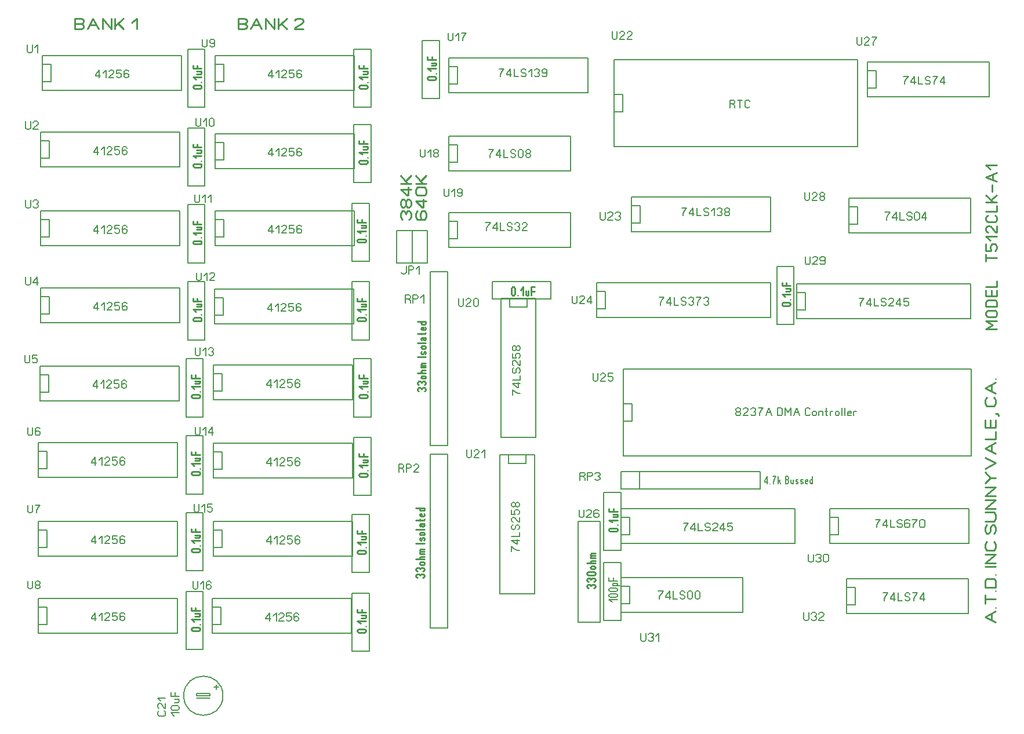
<source format=gbr>
%FSLAX34Y34*%
%MOMM*%
%LNSILK_TOP*%
G71*
G01*
%ADD10C,0.150*%
%ADD11C,0.206*%
%ADD12C,0.270*%
%ADD13C,0.286*%
%ADD14C,0.222*%
%ADD15C,0.156*%
%ADD16C,0.191*%
%LPD*%
G54D10*
X29800Y1015638D02*
X29800Y964838D01*
X233000Y964838D01*
X233000Y1015638D01*
X29800Y1015638D01*
G54D10*
X29800Y1002938D02*
X29800Y977538D01*
X42500Y977538D01*
X42500Y1002938D01*
X29800Y1002938D01*
G54D11*
X8412Y1031618D02*
X8412Y1022229D01*
X9279Y1020785D01*
X11012Y1020062D01*
X12746Y1020062D01*
X14479Y1020785D01*
X15346Y1022229D01*
X15346Y1031618D01*
G54D11*
X19390Y1027285D02*
X23723Y1031618D01*
X23723Y1020062D01*
G54D11*
X113367Y983062D02*
X113367Y994618D01*
X108167Y987396D01*
X108167Y985951D01*
X115100Y985951D01*
G54D11*
X119144Y990285D02*
X123477Y994618D01*
X123477Y983062D01*
G54D11*
X134454Y983062D02*
X127521Y983062D01*
X127521Y983785D01*
X128388Y985229D01*
X133588Y989562D01*
X134454Y991007D01*
X134454Y992451D01*
X133588Y993896D01*
X131854Y994618D01*
X130121Y994618D01*
X128388Y993896D01*
X127521Y992451D01*
G54D11*
X145431Y994618D02*
X138498Y994618D01*
X138498Y989562D01*
X139364Y989562D01*
X141098Y990285D01*
X142831Y990285D01*
X144564Y989562D01*
X145431Y988118D01*
X145431Y985229D01*
X144564Y983785D01*
X142831Y983062D01*
X141098Y983062D01*
X139364Y983785D01*
X138498Y985229D01*
G54D11*
X156408Y992451D02*
X155542Y993896D01*
X153808Y994618D01*
X152075Y994618D01*
X150342Y993896D01*
X149475Y992451D01*
X149475Y988840D01*
X149475Y988118D01*
X152075Y989562D01*
X153808Y989562D01*
X155542Y988840D01*
X156408Y987396D01*
X156408Y985229D01*
X155542Y983785D01*
X153808Y983062D01*
X152075Y983062D01*
X150342Y983785D01*
X149475Y985229D01*
X149475Y988840D01*
G54D10*
X27300Y903500D02*
X27300Y852700D01*
X230500Y852700D01*
X230500Y903500D01*
X27300Y903500D01*
G54D10*
X27300Y890800D02*
X27300Y865400D01*
X40000Y865400D01*
X40000Y890800D01*
X27300Y890800D01*
G54D11*
X5912Y919481D02*
X5912Y910092D01*
X6779Y908647D01*
X8512Y907925D01*
X10246Y907925D01*
X11979Y908647D01*
X12846Y910092D01*
X12846Y919481D01*
G54D11*
X23823Y907925D02*
X16890Y907925D01*
X16890Y908647D01*
X17756Y910092D01*
X22956Y914425D01*
X23823Y915869D01*
X23823Y917314D01*
X22956Y918758D01*
X21223Y919481D01*
X19490Y919481D01*
X17756Y918758D01*
X16890Y917314D01*
G54D11*
X110867Y870925D02*
X110867Y882481D01*
X105667Y875258D01*
X105667Y873814D01*
X112600Y873814D01*
G54D11*
X116644Y878147D02*
X120977Y882481D01*
X120977Y870925D01*
G54D11*
X131954Y870925D02*
X125021Y870925D01*
X125021Y871647D01*
X125888Y873092D01*
X131088Y877425D01*
X131954Y878869D01*
X131954Y880314D01*
X131088Y881758D01*
X129354Y882481D01*
X127621Y882481D01*
X125888Y881758D01*
X125021Y880314D01*
G54D11*
X142931Y882481D02*
X135998Y882481D01*
X135998Y877425D01*
X136864Y877425D01*
X138598Y878147D01*
X140331Y878147D01*
X142064Y877425D01*
X142931Y875981D01*
X142931Y873092D01*
X142064Y871647D01*
X140331Y870925D01*
X138598Y870925D01*
X136864Y871647D01*
X135998Y873092D01*
G54D11*
X153908Y880314D02*
X153042Y881758D01*
X151308Y882481D01*
X149575Y882481D01*
X147842Y881758D01*
X146975Y880314D01*
X146975Y876703D01*
X146975Y875981D01*
X149575Y877425D01*
X151308Y877425D01*
X153042Y876703D01*
X153908Y875258D01*
X153908Y873092D01*
X153042Y871647D01*
X151308Y870925D01*
X149575Y870925D01*
X147842Y871647D01*
X146975Y873092D01*
X146975Y876703D01*
G54D10*
X27300Y788500D02*
X27300Y737700D01*
X230500Y737700D01*
X230500Y788500D01*
X27300Y788500D01*
G54D10*
X27300Y775800D02*
X27300Y750400D01*
X40000Y750400D01*
X40000Y775800D01*
X27300Y775800D01*
G54D11*
X5912Y804481D02*
X5912Y795092D01*
X6779Y793647D01*
X8512Y792925D01*
X10246Y792925D01*
X11979Y793647D01*
X12846Y795092D01*
X12846Y804481D01*
G54D11*
X16890Y802314D02*
X17756Y803758D01*
X19490Y804481D01*
X21223Y804481D01*
X22956Y803758D01*
X23823Y802314D01*
X23823Y800869D01*
X22956Y799425D01*
X21223Y798703D01*
X22956Y797981D01*
X23823Y796536D01*
X23823Y795092D01*
X22956Y793647D01*
X21223Y792925D01*
X19490Y792925D01*
X17756Y793647D01*
X16890Y795092D01*
G54D11*
X110867Y755925D02*
X110867Y767480D01*
X105667Y760258D01*
X105667Y758814D01*
X112600Y758814D01*
G54D11*
X116644Y763147D02*
X120977Y767480D01*
X120977Y755925D01*
G54D11*
X131954Y755925D02*
X125021Y755925D01*
X125021Y756647D01*
X125888Y758092D01*
X131088Y762425D01*
X131954Y763869D01*
X131954Y765314D01*
X131088Y766758D01*
X129354Y767480D01*
X127621Y767480D01*
X125888Y766758D01*
X125021Y765314D01*
G54D11*
X142931Y767480D02*
X135998Y767480D01*
X135998Y762425D01*
X136864Y762425D01*
X138598Y763147D01*
X140331Y763147D01*
X142064Y762425D01*
X142931Y760980D01*
X142931Y758092D01*
X142064Y756647D01*
X140331Y755925D01*
X138598Y755925D01*
X136864Y756647D01*
X135998Y758092D01*
G54D11*
X153908Y765314D02*
X153042Y766758D01*
X151308Y767480D01*
X149575Y767480D01*
X147842Y766758D01*
X146975Y765314D01*
X146975Y761703D01*
X146975Y760980D01*
X149575Y762425D01*
X151308Y762425D01*
X153042Y761703D01*
X153908Y760258D01*
X153908Y758092D01*
X153042Y756647D01*
X151308Y755925D01*
X149575Y755925D01*
X147842Y756647D01*
X146975Y758092D01*
X146975Y761703D01*
G54D10*
X27300Y676000D02*
X27300Y625200D01*
X230500Y625200D01*
X230500Y676000D01*
X27300Y676000D01*
G54D10*
X27300Y663300D02*
X27300Y637900D01*
X40000Y637900D01*
X40000Y663300D01*
X27300Y663300D01*
G54D11*
X5912Y691981D02*
X5912Y682592D01*
X6779Y681147D01*
X8512Y680425D01*
X10246Y680425D01*
X11979Y681147D01*
X12846Y682592D01*
X12846Y691981D01*
G54D11*
X22090Y680425D02*
X22090Y691981D01*
X16890Y684758D01*
X16890Y683314D01*
X23823Y683314D01*
G54D11*
X110867Y643425D02*
X110867Y654980D01*
X105667Y647758D01*
X105667Y646314D01*
X112600Y646314D01*
G54D11*
X116644Y650647D02*
X120977Y654980D01*
X120977Y643425D01*
G54D11*
X131954Y643425D02*
X125021Y643425D01*
X125021Y644147D01*
X125888Y645592D01*
X131088Y649925D01*
X131954Y651369D01*
X131954Y652814D01*
X131088Y654258D01*
X129354Y654980D01*
X127621Y654980D01*
X125888Y654258D01*
X125021Y652814D01*
G54D11*
X142931Y654980D02*
X135998Y654980D01*
X135998Y649925D01*
X136864Y649925D01*
X138598Y650647D01*
X140331Y650647D01*
X142064Y649925D01*
X142931Y648480D01*
X142931Y645592D01*
X142064Y644147D01*
X140331Y643425D01*
X138598Y643425D01*
X136864Y644147D01*
X135998Y645592D01*
G54D11*
X153908Y652814D02*
X153042Y654258D01*
X151308Y654980D01*
X149575Y654980D01*
X147842Y654258D01*
X146975Y652814D01*
X146975Y649203D01*
X146975Y648480D01*
X149575Y649925D01*
X151308Y649925D01*
X153042Y649203D01*
X153908Y647758D01*
X153908Y645592D01*
X153042Y644147D01*
X151308Y643425D01*
X149575Y643425D01*
X147842Y644147D01*
X146975Y645592D01*
X146975Y649203D01*
G54D10*
X26325Y561975D02*
X26325Y511175D01*
X229525Y511175D01*
X229525Y561975D01*
X26325Y561975D01*
G54D10*
X26325Y549275D02*
X26325Y523875D01*
X39025Y523875D01*
X39025Y549275D01*
X26325Y549275D01*
G54D11*
X4938Y577956D02*
X4938Y568567D01*
X5804Y567122D01*
X7538Y566400D01*
X9271Y566400D01*
X11004Y567122D01*
X11871Y568567D01*
X11871Y577956D01*
G54D11*
X22848Y577956D02*
X15914Y577956D01*
X15914Y572900D01*
X16781Y572900D01*
X18514Y573622D01*
X20248Y573622D01*
X21981Y572900D01*
X22848Y571456D01*
X22848Y568567D01*
X21981Y567122D01*
X20248Y566400D01*
X18514Y566400D01*
X16781Y567122D01*
X15914Y568567D01*
G54D11*
X109892Y529400D02*
X109892Y540956D01*
X104692Y533733D01*
X104692Y532289D01*
X111625Y532289D01*
G54D11*
X115669Y536622D02*
X120002Y540956D01*
X120002Y529400D01*
G54D11*
X130979Y529400D02*
X124046Y529400D01*
X124046Y530122D01*
X124912Y531567D01*
X130112Y535900D01*
X130979Y537344D01*
X130979Y538789D01*
X130112Y540233D01*
X128379Y540956D01*
X126646Y540956D01*
X124912Y540233D01*
X124046Y538789D01*
G54D11*
X141956Y540956D02*
X135023Y540956D01*
X135023Y535900D01*
X135890Y535900D01*
X137623Y536622D01*
X139356Y536622D01*
X141090Y535900D01*
X141956Y534456D01*
X141956Y531567D01*
X141090Y530122D01*
X139356Y529400D01*
X137623Y529400D01*
X135890Y530122D01*
X135023Y531567D01*
G54D11*
X152933Y538789D02*
X152066Y540233D01*
X150333Y540956D01*
X148600Y540956D01*
X146866Y540233D01*
X146000Y538789D01*
X146000Y535178D01*
X146000Y534456D01*
X148600Y535900D01*
X150333Y535900D01*
X152066Y535178D01*
X152933Y533733D01*
X152933Y531567D01*
X152066Y530122D01*
X150333Y529400D01*
X148600Y529400D01*
X146866Y530122D01*
X146000Y531567D01*
X146000Y535178D01*
G54D10*
X23825Y449838D02*
X23825Y399038D01*
X227025Y399038D01*
X227025Y449838D01*
X23825Y449838D01*
G54D10*
X23825Y437138D02*
X23825Y411738D01*
X36525Y411738D01*
X36525Y437138D01*
X23825Y437138D01*
G54D11*
X8788Y472168D02*
X8788Y462779D01*
X9654Y461335D01*
X11388Y460612D01*
X13121Y460612D01*
X14854Y461335D01*
X15721Y462779D01*
X15721Y472168D01*
G54D11*
X26698Y470001D02*
X25831Y471446D01*
X24098Y472168D01*
X22364Y472168D01*
X20631Y471446D01*
X19764Y470001D01*
X19764Y466390D01*
X19764Y465668D01*
X22364Y467112D01*
X24098Y467112D01*
X25831Y466390D01*
X26698Y464946D01*
X26698Y462779D01*
X25831Y461335D01*
X24098Y460612D01*
X22364Y460612D01*
X20631Y461335D01*
X19764Y462779D01*
X19764Y466390D01*
G54D11*
X107392Y417262D02*
X107392Y428818D01*
X102192Y421596D01*
X102192Y420151D01*
X109125Y420151D01*
G54D11*
X113169Y424485D02*
X117502Y428818D01*
X117502Y417262D01*
G54D11*
X128479Y417262D02*
X121546Y417262D01*
X121546Y417985D01*
X122412Y419429D01*
X127612Y423762D01*
X128479Y425207D01*
X128479Y426651D01*
X127612Y428096D01*
X125879Y428818D01*
X124146Y428818D01*
X122412Y428096D01*
X121546Y426651D01*
G54D11*
X139456Y428818D02*
X132523Y428818D01*
X132523Y423762D01*
X133390Y423762D01*
X135123Y424485D01*
X136856Y424485D01*
X138590Y423762D01*
X139456Y422318D01*
X139456Y419429D01*
X138590Y417985D01*
X136856Y417262D01*
X135123Y417262D01*
X133390Y417985D01*
X132523Y419429D01*
G54D11*
X150433Y426651D02*
X149566Y428096D01*
X147833Y428818D01*
X146100Y428818D01*
X144366Y428096D01*
X143500Y426651D01*
X143500Y423040D01*
X143500Y422318D01*
X146100Y423762D01*
X147833Y423762D01*
X149566Y423040D01*
X150433Y421596D01*
X150433Y419429D01*
X149566Y417985D01*
X147833Y417262D01*
X146100Y417262D01*
X144366Y417985D01*
X143500Y419429D01*
X143500Y423040D01*
G54D10*
X23825Y334838D02*
X23825Y284038D01*
X227025Y284038D01*
X227025Y334838D01*
X23825Y334838D01*
G54D10*
X23825Y322138D02*
X23825Y296738D01*
X36525Y296738D01*
X36525Y322138D01*
X23825Y322138D01*
G54D11*
X8788Y358756D02*
X8788Y349367D01*
X9654Y347922D01*
X11388Y347200D01*
X13121Y347200D01*
X14854Y347922D01*
X15721Y349367D01*
X15721Y358756D01*
G54D11*
X19764Y358756D02*
X26698Y358756D01*
X25831Y357311D01*
X24098Y355144D01*
X22364Y352256D01*
X21498Y350089D01*
X21498Y347200D01*
G54D11*
X107392Y302262D02*
X107392Y313818D01*
X102192Y306596D01*
X102192Y305151D01*
X109125Y305151D01*
G54D11*
X113169Y309485D02*
X117502Y313818D01*
X117502Y302262D01*
G54D11*
X128479Y302262D02*
X121546Y302262D01*
X121546Y302985D01*
X122412Y304429D01*
X127612Y308762D01*
X128479Y310207D01*
X128479Y311651D01*
X127612Y313096D01*
X125879Y313818D01*
X124146Y313818D01*
X122412Y313096D01*
X121546Y311651D01*
G54D11*
X139456Y313818D02*
X132523Y313818D01*
X132523Y308762D01*
X133390Y308762D01*
X135123Y309485D01*
X136856Y309485D01*
X138590Y308762D01*
X139456Y307318D01*
X139456Y304429D01*
X138590Y302985D01*
X136856Y302262D01*
X135123Y302262D01*
X133390Y302985D01*
X132523Y304429D01*
G54D11*
X150433Y311651D02*
X149566Y313096D01*
X147833Y313818D01*
X146100Y313818D01*
X144366Y313096D01*
X143500Y311651D01*
X143500Y308040D01*
X143500Y307318D01*
X146100Y308762D01*
X147833Y308762D01*
X149566Y308040D01*
X150433Y306596D01*
X150433Y304429D01*
X149566Y302985D01*
X147833Y302262D01*
X146100Y302262D01*
X144366Y302985D01*
X143500Y304429D01*
X143500Y308040D01*
G54D10*
X23825Y222338D02*
X23825Y171538D01*
X227025Y171538D01*
X227025Y222338D01*
X23825Y222338D01*
G54D10*
X23825Y209638D02*
X23825Y184238D01*
X36525Y184238D01*
X36525Y209638D01*
X23825Y209638D01*
G54D11*
X8788Y247843D02*
X8788Y238454D01*
X9654Y237010D01*
X11388Y236288D01*
X13121Y236288D01*
X14854Y237010D01*
X15721Y238454D01*
X15721Y247843D01*
G54D11*
X24098Y242065D02*
X22364Y242065D01*
X20631Y242788D01*
X19764Y244232D01*
X19764Y245676D01*
X20631Y247121D01*
X22364Y247843D01*
X24098Y247843D01*
X25831Y247121D01*
X26698Y245676D01*
X26698Y244232D01*
X25831Y242788D01*
X24098Y242065D01*
X25831Y241343D01*
X26698Y239899D01*
X26698Y238454D01*
X25831Y237010D01*
X24098Y236288D01*
X22364Y236288D01*
X20631Y237010D01*
X19764Y238454D01*
X19764Y239899D01*
X20631Y241343D01*
X22364Y242065D01*
G54D11*
X107392Y189762D02*
X107392Y201318D01*
X102192Y194096D01*
X102192Y192651D01*
X109125Y192651D01*
G54D11*
X113169Y196985D02*
X117502Y201318D01*
X117502Y189762D01*
G54D11*
X128479Y189762D02*
X121546Y189762D01*
X121546Y190485D01*
X122412Y191929D01*
X127612Y196262D01*
X128479Y197707D01*
X128479Y199151D01*
X127612Y200596D01*
X125879Y201318D01*
X124146Y201318D01*
X122412Y200596D01*
X121546Y199151D01*
G54D11*
X139456Y201318D02*
X132523Y201318D01*
X132523Y196262D01*
X133390Y196262D01*
X135123Y196985D01*
X136856Y196985D01*
X138590Y196262D01*
X139456Y194818D01*
X139456Y191929D01*
X138590Y190485D01*
X136856Y189762D01*
X135123Y189762D01*
X133390Y190485D01*
X132523Y191929D01*
G54D11*
X150433Y199151D02*
X149566Y200596D01*
X147833Y201318D01*
X146100Y201318D01*
X144366Y200596D01*
X143500Y199151D01*
X143500Y195540D01*
X143500Y194818D01*
X146100Y196262D01*
X147833Y196262D01*
X149566Y195540D01*
X150433Y194096D01*
X150433Y191929D01*
X149566Y190485D01*
X147833Y189762D01*
X146100Y189762D01*
X144366Y190485D01*
X143500Y191929D01*
X143500Y195540D01*
G54D10*
X282212Y1015638D02*
X282212Y964838D01*
X485412Y964838D01*
X485412Y1015638D01*
X282212Y1015638D01*
G54D10*
X282212Y1002938D02*
X282212Y977538D01*
X294912Y977538D01*
X294912Y1002938D01*
X282212Y1002938D01*
G54D11*
X264000Y1039556D02*
X264000Y1030167D01*
X264867Y1028722D01*
X266600Y1028000D01*
X268333Y1028000D01*
X270067Y1028722D01*
X270933Y1030167D01*
X270933Y1039556D01*
G54D11*
X274977Y1030167D02*
X275844Y1028722D01*
X277577Y1028000D01*
X279310Y1028000D01*
X281044Y1028722D01*
X281910Y1030167D01*
X281910Y1033778D01*
X281910Y1034500D01*
X279310Y1033056D01*
X277577Y1033056D01*
X275844Y1033778D01*
X274977Y1035222D01*
X274977Y1037389D01*
X275844Y1038833D01*
X277577Y1039556D01*
X279310Y1039556D01*
X281044Y1038833D01*
X281910Y1037389D01*
X281910Y1033778D01*
G54D11*
X365779Y983062D02*
X365779Y994618D01*
X360579Y987396D01*
X360579Y985951D01*
X367513Y985951D01*
G54D11*
X371556Y990285D02*
X375890Y994618D01*
X375890Y983062D01*
G54D11*
X386867Y983062D02*
X379933Y983062D01*
X379933Y983785D01*
X380800Y985229D01*
X386000Y989562D01*
X386867Y991007D01*
X386867Y992451D01*
X386000Y993896D01*
X384267Y994618D01*
X382533Y994618D01*
X380800Y993896D01*
X379933Y992451D01*
G54D11*
X397844Y994618D02*
X390910Y994618D01*
X390910Y989562D01*
X391777Y989562D01*
X393510Y990285D01*
X395244Y990285D01*
X396977Y989562D01*
X397844Y988118D01*
X397844Y985229D01*
X396977Y983785D01*
X395244Y983062D01*
X393510Y983062D01*
X391777Y983785D01*
X390910Y985229D01*
G54D11*
X408821Y992451D02*
X407954Y993896D01*
X406221Y994618D01*
X404487Y994618D01*
X402754Y993896D01*
X401887Y992451D01*
X401887Y988840D01*
X401887Y988118D01*
X404487Y989562D01*
X406221Y989562D01*
X407954Y988840D01*
X408821Y987396D01*
X408821Y985229D01*
X407954Y983785D01*
X406221Y983062D01*
X404487Y983062D01*
X402754Y983785D01*
X401887Y985229D01*
X401887Y988840D01*
G54D10*
X282212Y901338D02*
X282212Y850538D01*
X485412Y850538D01*
X485412Y901338D01*
X282212Y901338D01*
G54D10*
X282212Y888638D02*
X282212Y863238D01*
X294912Y863238D01*
X294912Y888638D01*
X282212Y888638D01*
G54D11*
X254475Y923668D02*
X254475Y914279D01*
X255342Y912835D01*
X257075Y912112D01*
X258808Y912112D01*
X260542Y912835D01*
X261408Y914279D01*
X261408Y923668D01*
G54D11*
X265452Y919335D02*
X269785Y923668D01*
X269785Y912112D01*
G54D11*
X280762Y921501D02*
X280762Y914279D01*
X279896Y912835D01*
X278162Y912112D01*
X276429Y912112D01*
X274696Y912835D01*
X273829Y914279D01*
X273829Y921501D01*
X274696Y922946D01*
X276429Y923668D01*
X278162Y923668D01*
X279896Y922946D01*
X280762Y921501D01*
G54D11*
X365779Y868762D02*
X365779Y880318D01*
X360579Y873096D01*
X360579Y871651D01*
X367513Y871651D01*
G54D11*
X371556Y875985D02*
X375890Y880318D01*
X375890Y868762D01*
G54D11*
X386867Y868762D02*
X379933Y868762D01*
X379933Y869485D01*
X380800Y870929D01*
X386000Y875262D01*
X386867Y876707D01*
X386867Y878151D01*
X386000Y879596D01*
X384267Y880318D01*
X382533Y880318D01*
X380800Y879596D01*
X379933Y878151D01*
G54D11*
X397844Y880318D02*
X390910Y880318D01*
X390910Y875262D01*
X391777Y875262D01*
X393510Y875985D01*
X395244Y875985D01*
X396977Y875262D01*
X397844Y873818D01*
X397844Y870929D01*
X396977Y869485D01*
X395244Y868762D01*
X393510Y868762D01*
X391777Y869485D01*
X390910Y870929D01*
G54D11*
X408821Y878151D02*
X407954Y879596D01*
X406221Y880318D01*
X404487Y880318D01*
X402754Y879596D01*
X401887Y878151D01*
X401887Y874540D01*
X401887Y873818D01*
X404487Y875262D01*
X406221Y875262D01*
X407954Y874540D01*
X408821Y873096D01*
X408821Y870929D01*
X407954Y869485D01*
X406221Y868762D01*
X404487Y868762D01*
X402754Y869485D01*
X401887Y870929D01*
X401887Y874540D01*
G54D10*
X282212Y788625D02*
X282212Y737825D01*
X485412Y737825D01*
X485412Y788625D01*
X282212Y788625D01*
G54D10*
X282212Y775925D02*
X282212Y750525D01*
X294912Y750525D01*
X294912Y775925D01*
X282212Y775925D01*
G54D11*
X252888Y812543D02*
X252888Y803154D01*
X253754Y801710D01*
X255488Y800988D01*
X257221Y800988D01*
X258954Y801710D01*
X259821Y803154D01*
X259821Y812543D01*
G54D11*
X263864Y808210D02*
X268198Y812543D01*
X268198Y800988D01*
G54D11*
X272242Y808210D02*
X276575Y812543D01*
X276575Y800988D01*
G54D11*
X365779Y756050D02*
X365779Y767606D01*
X360579Y760383D01*
X360579Y758939D01*
X367513Y758939D01*
G54D11*
X371556Y763272D02*
X375890Y767606D01*
X375890Y756050D01*
G54D11*
X386867Y756050D02*
X379933Y756050D01*
X379933Y756772D01*
X380800Y758217D01*
X386000Y762550D01*
X386867Y763994D01*
X386867Y765439D01*
X386000Y766883D01*
X384267Y767606D01*
X382533Y767606D01*
X380800Y766883D01*
X379933Y765439D01*
G54D11*
X397844Y767606D02*
X390910Y767606D01*
X390910Y762550D01*
X391777Y762550D01*
X393510Y763272D01*
X395244Y763272D01*
X396977Y762550D01*
X397844Y761106D01*
X397844Y758217D01*
X396977Y756772D01*
X395244Y756050D01*
X393510Y756050D01*
X391777Y756772D01*
X390910Y758217D01*
G54D11*
X408821Y765439D02*
X407954Y766883D01*
X406221Y767606D01*
X404487Y767606D01*
X402754Y766883D01*
X401887Y765439D01*
X401887Y761828D01*
X401887Y761106D01*
X404487Y762550D01*
X406221Y762550D01*
X407954Y761828D01*
X408821Y760383D01*
X408821Y758217D01*
X407954Y756772D01*
X406221Y756050D01*
X404487Y756050D01*
X402754Y756772D01*
X401887Y758217D01*
X401887Y761828D01*
G54D10*
X281300Y674412D02*
X281300Y623612D01*
X484500Y623612D01*
X484500Y674412D01*
X281300Y674412D01*
G54D10*
X281300Y661712D02*
X281300Y636312D01*
X294000Y636312D01*
X294000Y661712D01*
X281300Y661712D01*
G54D11*
X255150Y698331D02*
X255150Y688942D01*
X256017Y687497D01*
X257750Y686775D01*
X259483Y686775D01*
X261217Y687497D01*
X262083Y688942D01*
X262083Y698331D01*
G54D11*
X266127Y693997D02*
X270460Y698331D01*
X270460Y686775D01*
G54D11*
X281437Y686775D02*
X274504Y686775D01*
X274504Y687497D01*
X275371Y688942D01*
X280571Y693275D01*
X281437Y694719D01*
X281437Y696164D01*
X280571Y697608D01*
X278837Y698331D01*
X277104Y698331D01*
X275371Y697608D01*
X274504Y696164D01*
G54D11*
X364867Y641837D02*
X364867Y653393D01*
X359667Y646171D01*
X359667Y644726D01*
X366600Y644726D01*
G54D11*
X370644Y649060D02*
X374977Y653393D01*
X374977Y641837D01*
G54D11*
X385954Y641837D02*
X379021Y641837D01*
X379021Y642560D01*
X379888Y644004D01*
X385088Y648337D01*
X385954Y649782D01*
X385954Y651226D01*
X385088Y652671D01*
X383354Y653393D01*
X381621Y653393D01*
X379888Y652671D01*
X379021Y651226D01*
G54D11*
X396931Y653393D02*
X389998Y653393D01*
X389998Y648337D01*
X390864Y648337D01*
X392598Y649060D01*
X394331Y649060D01*
X396064Y648337D01*
X396931Y646893D01*
X396931Y644004D01*
X396064Y642560D01*
X394331Y641837D01*
X392598Y641837D01*
X390864Y642560D01*
X389998Y644004D01*
G54D11*
X407908Y651226D02*
X407042Y652671D01*
X405308Y653393D01*
X403575Y653393D01*
X401842Y652671D01*
X400975Y651226D01*
X400975Y647615D01*
X400975Y646893D01*
X403575Y648337D01*
X405308Y648337D01*
X407042Y647615D01*
X407908Y646171D01*
X407908Y644004D01*
X407042Y642560D01*
X405308Y641837D01*
X403575Y641837D01*
X401842Y642560D01*
X400975Y644004D01*
X400975Y647615D01*
G54D10*
X279712Y563288D02*
X279712Y512487D01*
X482912Y512487D01*
X482912Y563288D01*
X279712Y563288D01*
G54D10*
X279712Y550588D02*
X279712Y525187D01*
X292412Y525187D01*
X292412Y550588D01*
X279712Y550588D01*
G54D11*
X253562Y588793D02*
X253562Y579404D01*
X254429Y577960D01*
X256162Y577238D01*
X257896Y577238D01*
X259629Y577960D01*
X260496Y579404D01*
X260496Y588793D01*
G54D11*
X264540Y584460D02*
X268873Y588793D01*
X268873Y577238D01*
G54D11*
X272916Y586626D02*
X273783Y588071D01*
X275516Y588793D01*
X277250Y588793D01*
X278983Y588071D01*
X279850Y586626D01*
X279850Y585182D01*
X278983Y583738D01*
X277250Y583015D01*
X278983Y582293D01*
X279850Y580849D01*
X279850Y579404D01*
X278983Y577960D01*
X277250Y577238D01*
X275516Y577238D01*
X273783Y577960D01*
X272916Y579404D01*
G54D11*
X363279Y530712D02*
X363279Y542268D01*
X358079Y535046D01*
X358079Y533601D01*
X365012Y533601D01*
G54D11*
X369056Y537935D02*
X373390Y542268D01*
X373390Y530712D01*
G54D11*
X384366Y530712D02*
X377433Y530712D01*
X377433Y531435D01*
X378300Y532879D01*
X383500Y537212D01*
X384366Y538657D01*
X384366Y540101D01*
X383500Y541546D01*
X381766Y542268D01*
X380033Y542268D01*
X378300Y541546D01*
X377433Y540101D01*
G54D11*
X395344Y542268D02*
X388410Y542268D01*
X388410Y537212D01*
X389277Y537212D01*
X391010Y537935D01*
X392744Y537935D01*
X394477Y537212D01*
X395344Y535768D01*
X395344Y532879D01*
X394477Y531435D01*
X392744Y530712D01*
X391010Y530712D01*
X389277Y531435D01*
X388410Y532879D01*
G54D11*
X406320Y540101D02*
X405454Y541546D01*
X403720Y542268D01*
X401987Y542268D01*
X400254Y541546D01*
X399387Y540101D01*
X399387Y536490D01*
X399387Y535768D01*
X401987Y537212D01*
X403720Y537212D01*
X405454Y536490D01*
X406320Y535046D01*
X406320Y532879D01*
X405454Y531435D01*
X403720Y530712D01*
X401987Y530712D01*
X400254Y531435D01*
X399387Y532879D01*
X399387Y536490D01*
G54D10*
X279712Y448988D02*
X279712Y398188D01*
X482912Y398188D01*
X482912Y448988D01*
X279712Y448988D01*
G54D10*
X279712Y436288D02*
X279712Y410888D01*
X292412Y410888D01*
X292412Y436288D01*
X279712Y436288D01*
G54D11*
X253562Y472906D02*
X253562Y463517D01*
X254429Y462072D01*
X256162Y461350D01*
X257896Y461350D01*
X259629Y462072D01*
X260496Y463517D01*
X260496Y472906D01*
G54D11*
X264540Y468572D02*
X268873Y472906D01*
X268873Y461350D01*
G54D11*
X278116Y461350D02*
X278116Y472906D01*
X272916Y465683D01*
X272916Y464239D01*
X279850Y464239D01*
G54D11*
X363279Y416412D02*
X363279Y427968D01*
X358079Y420746D01*
X358079Y419301D01*
X365012Y419301D01*
G54D11*
X369056Y423635D02*
X373390Y427968D01*
X373390Y416412D01*
G54D11*
X384366Y416412D02*
X377433Y416412D01*
X377433Y417135D01*
X378300Y418579D01*
X383500Y422912D01*
X384366Y424357D01*
X384366Y425801D01*
X383500Y427246D01*
X381766Y427968D01*
X380033Y427968D01*
X378300Y427246D01*
X377433Y425801D01*
G54D11*
X395344Y427968D02*
X388410Y427968D01*
X388410Y422912D01*
X389277Y422912D01*
X391010Y423635D01*
X392744Y423635D01*
X394477Y422912D01*
X395344Y421468D01*
X395344Y418579D01*
X394477Y417135D01*
X392744Y416412D01*
X391010Y416412D01*
X389277Y417135D01*
X388410Y418579D01*
G54D11*
X406320Y425801D02*
X405454Y427246D01*
X403720Y427968D01*
X401987Y427968D01*
X400254Y427246D01*
X399387Y425801D01*
X399387Y422190D01*
X399387Y421468D01*
X401987Y422912D01*
X403720Y422912D01*
X405454Y422190D01*
X406320Y420746D01*
X406320Y418579D01*
X405454Y417135D01*
X403720Y416412D01*
X401987Y416412D01*
X400254Y417135D01*
X399387Y418579D01*
X399387Y422190D01*
G54D10*
X279712Y334688D02*
X279712Y283888D01*
X482912Y283888D01*
X482912Y334688D01*
X279712Y334688D01*
G54D10*
X279712Y321988D02*
X279712Y296588D01*
X292412Y296588D01*
X292412Y321988D01*
X279712Y321988D01*
G54D11*
X251975Y360193D02*
X251975Y350804D01*
X252842Y349360D01*
X254575Y348638D01*
X256308Y348638D01*
X258042Y349360D01*
X258908Y350804D01*
X258908Y360193D01*
G54D11*
X262952Y355860D02*
X267285Y360193D01*
X267285Y348638D01*
G54D11*
X278262Y360193D02*
X271329Y360193D01*
X271329Y355138D01*
X272196Y355138D01*
X273929Y355860D01*
X275662Y355860D01*
X277396Y355138D01*
X278262Y353693D01*
X278262Y350804D01*
X277396Y349360D01*
X275662Y348638D01*
X273929Y348638D01*
X272196Y349360D01*
X271329Y350804D01*
G54D11*
X363279Y302112D02*
X363279Y313668D01*
X358079Y306446D01*
X358079Y305001D01*
X365012Y305001D01*
G54D11*
X369056Y309335D02*
X373390Y313668D01*
X373390Y302112D01*
G54D11*
X384366Y302112D02*
X377433Y302112D01*
X377433Y302835D01*
X378300Y304279D01*
X383500Y308612D01*
X384366Y310057D01*
X384366Y311501D01*
X383500Y312946D01*
X381766Y313668D01*
X380033Y313668D01*
X378300Y312946D01*
X377433Y311501D01*
G54D11*
X395344Y313668D02*
X388410Y313668D01*
X388410Y308612D01*
X389277Y308612D01*
X391010Y309335D01*
X392744Y309335D01*
X394477Y308612D01*
X395344Y307168D01*
X395344Y304279D01*
X394477Y302835D01*
X392744Y302112D01*
X391010Y302112D01*
X389277Y302835D01*
X388410Y304279D01*
G54D11*
X406320Y311501D02*
X405454Y312946D01*
X403720Y313668D01*
X401987Y313668D01*
X400254Y312946D01*
X399387Y311501D01*
X399387Y307890D01*
X399387Y307168D01*
X401987Y308612D01*
X403720Y308612D01*
X405454Y307890D01*
X406320Y306446D01*
X406320Y304279D01*
X405454Y302835D01*
X403720Y302112D01*
X401987Y302112D01*
X400254Y302835D01*
X399387Y304279D01*
X399387Y307890D01*
G54D10*
X278125Y221975D02*
X278125Y171175D01*
X481325Y171175D01*
X481325Y221975D01*
X278125Y221975D01*
G54D10*
X278125Y209275D02*
X278125Y183875D01*
X290825Y183875D01*
X290825Y209275D01*
X278125Y209275D01*
G54D11*
X250388Y247481D02*
X250388Y238092D01*
X251254Y236647D01*
X252988Y235925D01*
X254721Y235925D01*
X256454Y236647D01*
X257321Y238092D01*
X257321Y247481D01*
G54D11*
X261364Y243147D02*
X265698Y247481D01*
X265698Y235925D01*
G54D11*
X276675Y245314D02*
X275808Y246758D01*
X274075Y247481D01*
X272342Y247481D01*
X270608Y246758D01*
X269742Y245314D01*
X269742Y241703D01*
X269742Y240981D01*
X272342Y242425D01*
X274075Y242425D01*
X275808Y241703D01*
X276675Y240258D01*
X276675Y238092D01*
X275808Y236647D01*
X274075Y235925D01*
X272342Y235925D01*
X270608Y236647D01*
X269742Y238092D01*
X269742Y241703D01*
G54D11*
X361692Y189400D02*
X361692Y200956D01*
X356492Y193734D01*
X356492Y192289D01*
X363425Y192289D01*
G54D11*
X367469Y196622D02*
X371802Y200956D01*
X371802Y189400D01*
G54D11*
X382779Y189400D02*
X375846Y189400D01*
X375846Y190122D01*
X376712Y191567D01*
X381912Y195900D01*
X382779Y197345D01*
X382779Y198789D01*
X381912Y200234D01*
X380179Y200956D01*
X378446Y200956D01*
X376712Y200234D01*
X375846Y198789D01*
G54D11*
X393756Y200956D02*
X386823Y200956D01*
X386823Y195900D01*
X387690Y195900D01*
X389423Y196622D01*
X391156Y196622D01*
X392890Y195900D01*
X393756Y194456D01*
X393756Y191567D01*
X392890Y190122D01*
X391156Y189400D01*
X389423Y189400D01*
X387690Y190122D01*
X386823Y191567D01*
G54D11*
X404733Y198789D02*
X403866Y200234D01*
X402133Y200956D01*
X400400Y200956D01*
X398666Y200234D01*
X397800Y198789D01*
X397800Y195178D01*
X397800Y194456D01*
X400400Y195900D01*
X402133Y195900D01*
X403866Y195178D01*
X404733Y193734D01*
X404733Y191567D01*
X403866Y190122D01*
X402133Y189400D01*
X400400Y189400D01*
X398666Y190122D01*
X397800Y191567D01*
X397800Y195178D01*
G54D10*
X255700Y80000D02*
X255700Y83200D01*
X274700Y83200D01*
X274700Y80000D01*
X255700Y80000D01*
G54D10*
G75*
G01X293800Y80000D02*
G03X293800Y80000I-28600J0D01*
G01*
G54D10*
X281100Y92700D02*
X287400Y92700D01*
G54D10*
X284300Y89500D02*
X284300Y95900D01*
G54D10*
X255700Y76800D02*
X274700Y76800D01*
G54D11*
X207844Y57583D02*
X209289Y56716D01*
X210011Y54983D01*
X210011Y53250D01*
X209289Y51516D01*
X207844Y50650D01*
X200622Y50650D01*
X199178Y51516D01*
X198456Y53250D01*
X198456Y54983D01*
X199178Y56716D01*
X200622Y57583D01*
G54D11*
X210011Y68560D02*
X210011Y61626D01*
X209289Y61626D01*
X207844Y62493D01*
X203511Y67693D01*
X202066Y68560D01*
X200622Y68560D01*
X199178Y67693D01*
X198456Y65960D01*
X198456Y64226D01*
X199178Y62493D01*
X200622Y61626D01*
G54D11*
X202789Y72604D02*
X198456Y76937D01*
X210011Y76937D01*
G54D11*
X222290Y50650D02*
X217956Y54984D01*
X229512Y54984D01*
G54D11*
X220123Y65961D02*
X227345Y65961D01*
X228790Y65094D01*
X229512Y63361D01*
X229512Y61628D01*
X228790Y59894D01*
X227345Y59028D01*
X220123Y59028D01*
X218679Y59894D01*
X217956Y61628D01*
X217956Y63361D01*
X218679Y65094D01*
X220123Y65961D01*
G54D11*
X223012Y75204D02*
X229512Y75204D01*
G54D11*
X228068Y75204D02*
X229223Y74338D01*
X229512Y72604D01*
X229223Y70871D01*
X228068Y70004D01*
X223012Y70004D01*
G54D11*
X229512Y79248D02*
X217956Y79248D01*
X217956Y85315D01*
G54D11*
X223734Y79248D02*
X223734Y85315D01*
G54D10*
X878150Y557450D02*
X878150Y430450D01*
X1386150Y430450D01*
X1386150Y557450D01*
X878150Y557450D01*
G54D10*
X878150Y506650D02*
X878150Y481250D01*
X890850Y481250D01*
X890850Y506650D01*
X878150Y506650D01*
G54D11*
X834538Y551206D02*
X834538Y541817D01*
X835404Y540372D01*
X837138Y539650D01*
X838871Y539650D01*
X840604Y540372D01*
X841471Y541817D01*
X841471Y551206D01*
G54D11*
X852448Y539650D02*
X845514Y539650D01*
X845514Y540372D01*
X846381Y541817D01*
X851581Y546150D01*
X852448Y547594D01*
X852448Y549039D01*
X851581Y550483D01*
X849848Y551206D01*
X848114Y551206D01*
X846381Y550483D01*
X845514Y549039D01*
G54D11*
X863425Y551206D02*
X856492Y551206D01*
X856492Y546150D01*
X857358Y546150D01*
X859092Y546872D01*
X860825Y546872D01*
X862558Y546150D01*
X863425Y544706D01*
X863425Y541817D01*
X862558Y540372D01*
X860825Y539650D01*
X859092Y539650D01*
X857358Y540372D01*
X856492Y541817D01*
G54D11*
X1046788Y495157D02*
X1045055Y495157D01*
X1043322Y495879D01*
X1042455Y497324D01*
X1042455Y498768D01*
X1043322Y500212D01*
X1045055Y500935D01*
X1046788Y500935D01*
X1048522Y500212D01*
X1049388Y498768D01*
X1049388Y497324D01*
X1048522Y495879D01*
X1046788Y495157D01*
X1048522Y494435D01*
X1049388Y492990D01*
X1049388Y491546D01*
X1048522Y490101D01*
X1046788Y489379D01*
X1045055Y489379D01*
X1043322Y490101D01*
X1042455Y491546D01*
X1042455Y492990D01*
X1043322Y494435D01*
X1045055Y495157D01*
G54D11*
X1060366Y489379D02*
X1053432Y489379D01*
X1053432Y490101D01*
X1054299Y491546D01*
X1059499Y495879D01*
X1060366Y497324D01*
X1060366Y498768D01*
X1059499Y500212D01*
X1057766Y500935D01*
X1056032Y500935D01*
X1054299Y500212D01*
X1053432Y498768D01*
G54D11*
X1064409Y498768D02*
X1065276Y500212D01*
X1067009Y500935D01*
X1068742Y500935D01*
X1070476Y500212D01*
X1071342Y498768D01*
X1071342Y497324D01*
X1070476Y495879D01*
X1068742Y495157D01*
X1070476Y494435D01*
X1071342Y492990D01*
X1071342Y491546D01*
X1070476Y490101D01*
X1068742Y489379D01*
X1067009Y489379D01*
X1065276Y490101D01*
X1064409Y491546D01*
G54D11*
X1075386Y500935D02*
X1082320Y500935D01*
X1081453Y499490D01*
X1079720Y497324D01*
X1077986Y494435D01*
X1077120Y492268D01*
X1077120Y489379D01*
G54D11*
X1086363Y489379D02*
X1090696Y500935D01*
X1095030Y489379D01*
G54D11*
X1088096Y493712D02*
X1093296Y493712D01*
G54D11*
X1103291Y489379D02*
X1103291Y500935D01*
X1107624Y500935D01*
X1109358Y500212D01*
X1110224Y498768D01*
X1110224Y491546D01*
X1109358Y490101D01*
X1107624Y489379D01*
X1103291Y489379D01*
G54D11*
X1114268Y489379D02*
X1114268Y500935D01*
X1118602Y493712D01*
X1122935Y500935D01*
X1122935Y489379D01*
G54D11*
X1126979Y489379D02*
X1131312Y500935D01*
X1135646Y489379D01*
G54D11*
X1128712Y493712D02*
X1133912Y493712D01*
G54D11*
X1150840Y491546D02*
X1149974Y490101D01*
X1148240Y489379D01*
X1146507Y489379D01*
X1144774Y490101D01*
X1143907Y491546D01*
X1143907Y498768D01*
X1144774Y500212D01*
X1146507Y500935D01*
X1148240Y500935D01*
X1149974Y500212D01*
X1150840Y498768D01*
G54D11*
X1160084Y491112D02*
X1160084Y494001D01*
X1159218Y495446D01*
X1157484Y495879D01*
X1155751Y495446D01*
X1154884Y494001D01*
X1154884Y491112D01*
X1155751Y489668D01*
X1157484Y489379D01*
X1159218Y489668D01*
X1160084Y491112D01*
G54D11*
X1164128Y489379D02*
X1164128Y495879D01*
G54D11*
X1164128Y494435D02*
X1164995Y495446D01*
X1166728Y495879D01*
X1168462Y495446D01*
X1169328Y494435D01*
X1169328Y489379D01*
G54D11*
X1175106Y500935D02*
X1175106Y490101D01*
X1175972Y489379D01*
X1176839Y489668D01*
G54D11*
X1173372Y495879D02*
X1176839Y495879D01*
G54D11*
X1180883Y489379D02*
X1180883Y495879D01*
G54D11*
X1180883Y494435D02*
X1182616Y495879D01*
X1184350Y495879D01*
G54D11*
X1193594Y491112D02*
X1193594Y494001D01*
X1192728Y495446D01*
X1190994Y495879D01*
X1189261Y495446D01*
X1188394Y494001D01*
X1188394Y491112D01*
X1189261Y489668D01*
X1190994Y489379D01*
X1192728Y489668D01*
X1193594Y491112D01*
G54D11*
X1197638Y489379D02*
X1197638Y500935D01*
G54D11*
X1201682Y489379D02*
X1201682Y500935D01*
G54D11*
X1210926Y490101D02*
X1209540Y489379D01*
X1207806Y489379D01*
X1206073Y490101D01*
X1205726Y491546D01*
X1205726Y494001D01*
X1206593Y495446D01*
X1208326Y495879D01*
X1210060Y495446D01*
X1210926Y494435D01*
X1210926Y492990D01*
X1205726Y492990D01*
G54D11*
X1214970Y489379D02*
X1214970Y495879D01*
G54D11*
X1214970Y494435D02*
X1216704Y495879D01*
X1218437Y495879D01*
G54D10*
X874800Y252325D02*
X874800Y201525D01*
X1052600Y201525D01*
X1052600Y252325D01*
X874800Y252325D01*
G54D10*
X874800Y239625D02*
X874800Y214225D01*
X887500Y214225D01*
X887500Y239625D01*
X874800Y239625D01*
G54D11*
X904212Y171468D02*
X904212Y162079D01*
X905079Y160635D01*
X906812Y159912D01*
X908546Y159912D01*
X910279Y160635D01*
X911146Y162079D01*
X911146Y171468D01*
G54D11*
X915190Y169301D02*
X916056Y170746D01*
X917790Y171468D01*
X919523Y171468D01*
X921256Y170746D01*
X922123Y169301D01*
X922123Y167857D01*
X921256Y166412D01*
X919523Y165690D01*
X921256Y164968D01*
X922123Y163524D01*
X922123Y162079D01*
X921256Y160635D01*
X919523Y159912D01*
X917790Y159912D01*
X916056Y160635D01*
X915190Y162079D01*
G54D11*
X926166Y167135D02*
X930500Y171468D01*
X930500Y159912D01*
G54D11*
X929612Y232930D02*
X936546Y232930D01*
X935679Y231486D01*
X933946Y229320D01*
X932212Y226430D01*
X931346Y224264D01*
X931346Y221375D01*
G54D11*
X945790Y221375D02*
X945790Y232930D01*
X940590Y225708D01*
X940590Y224264D01*
X947523Y224264D01*
G54D11*
X951566Y232930D02*
X951566Y221375D01*
X957633Y221375D01*
G54D11*
X961678Y223542D02*
X962544Y222097D01*
X964278Y221375D01*
X966011Y221375D01*
X967744Y222097D01*
X968611Y223542D01*
X968611Y224986D01*
X967744Y226430D01*
X966011Y227153D01*
X964278Y227153D01*
X962544Y227875D01*
X961678Y229320D01*
X961678Y230764D01*
X962544Y232208D01*
X964278Y232930D01*
X966011Y232930D01*
X967744Y232208D01*
X968611Y230764D01*
G54D11*
X979588Y230764D02*
X979588Y223542D01*
X978721Y222097D01*
X976988Y221375D01*
X975254Y221375D01*
X973521Y222097D01*
X972654Y223542D01*
X972654Y230764D01*
X973521Y232208D01*
X975254Y232930D01*
X976988Y232930D01*
X978721Y232208D01*
X979588Y230764D01*
G54D11*
X990565Y230764D02*
X990565Y223542D01*
X989698Y222097D01*
X987965Y221375D01*
X986232Y221375D01*
X984498Y222097D01*
X983632Y223542D01*
X983632Y230764D01*
X984498Y232208D01*
X986232Y232930D01*
X987965Y232930D01*
X989698Y232208D01*
X990565Y230764D01*
G54D10*
X874800Y353500D02*
X874800Y302700D01*
X1128800Y302700D01*
X1128800Y353500D01*
X874800Y353500D01*
G54D10*
X874800Y340800D02*
X874800Y315400D01*
X887500Y315400D01*
X887500Y340800D01*
X874800Y340800D01*
G54D11*
X813725Y352018D02*
X813725Y342629D01*
X814592Y341185D01*
X816325Y340462D01*
X818058Y340462D01*
X819792Y341185D01*
X820658Y342629D01*
X820658Y352018D01*
G54D11*
X831635Y340462D02*
X824702Y340462D01*
X824702Y341185D01*
X825569Y342629D01*
X830769Y346962D01*
X831635Y348407D01*
X831635Y349851D01*
X830769Y351296D01*
X829035Y352018D01*
X827302Y352018D01*
X825569Y351296D01*
X824702Y349851D01*
G54D11*
X842612Y349851D02*
X841746Y351296D01*
X840012Y352018D01*
X838279Y352018D01*
X836546Y351296D01*
X835679Y349851D01*
X835679Y346240D01*
X835679Y345518D01*
X838279Y346962D01*
X840012Y346962D01*
X841746Y346240D01*
X842612Y344796D01*
X842612Y342629D01*
X841746Y341185D01*
X840012Y340462D01*
X838279Y340462D01*
X836546Y341185D01*
X835679Y342629D01*
X835679Y346240D01*
G54D11*
X966125Y332518D02*
X973058Y332518D01*
X972192Y331074D01*
X970458Y328907D01*
X968725Y326018D01*
X967858Y323851D01*
X967858Y320962D01*
G54D11*
X982302Y320962D02*
X982302Y332518D01*
X977102Y325296D01*
X977102Y323851D01*
X984035Y323851D01*
G54D11*
X988079Y332518D02*
X988079Y320962D01*
X994146Y320962D01*
G54D11*
X998190Y323129D02*
X999057Y321685D01*
X1000790Y320962D01*
X1002523Y320962D01*
X1004257Y321685D01*
X1005123Y323129D01*
X1005123Y324574D01*
X1004257Y326018D01*
X1002523Y326740D01*
X1000790Y326740D01*
X999057Y327462D01*
X998190Y328907D01*
X998190Y330351D01*
X999057Y331796D01*
X1000790Y332518D01*
X1002523Y332518D01*
X1004257Y331796D01*
X1005123Y330351D01*
G54D11*
X1016100Y320962D02*
X1009167Y320962D01*
X1009167Y321685D01*
X1010034Y323129D01*
X1015234Y327462D01*
X1016100Y328907D01*
X1016100Y330351D01*
X1015234Y331796D01*
X1013500Y332518D01*
X1011767Y332518D01*
X1010034Y331796D01*
X1009167Y330351D01*
G54D11*
X1025344Y320962D02*
X1025344Y332518D01*
X1020144Y325296D01*
X1020144Y323851D01*
X1027077Y323851D01*
G54D11*
X1038054Y332518D02*
X1031121Y332518D01*
X1031121Y327462D01*
X1031988Y327462D01*
X1033721Y328185D01*
X1035454Y328185D01*
X1037188Y327462D01*
X1038054Y326018D01*
X1038054Y323129D01*
X1037188Y321685D01*
X1035454Y320962D01*
X1033721Y320962D01*
X1031988Y321685D01*
X1031121Y323129D01*
G54D10*
X1131975Y682112D02*
X1131975Y631312D01*
X1385975Y631312D01*
X1385975Y682112D01*
X1131975Y682112D01*
G54D10*
X1131975Y669412D02*
X1131975Y644012D01*
X1144675Y644012D01*
X1144675Y669412D01*
X1131975Y669412D01*
G54D11*
X1143925Y721906D02*
X1143925Y712517D01*
X1144792Y711072D01*
X1146525Y710350D01*
X1148258Y710350D01*
X1149992Y711072D01*
X1150858Y712517D01*
X1150858Y721906D01*
G54D11*
X1161835Y710350D02*
X1154902Y710350D01*
X1154902Y711072D01*
X1155769Y712517D01*
X1160969Y716850D01*
X1161835Y718294D01*
X1161835Y719739D01*
X1160969Y721183D01*
X1159235Y721906D01*
X1157502Y721906D01*
X1155769Y721183D01*
X1154902Y719739D01*
G54D11*
X1165879Y712517D02*
X1166746Y711072D01*
X1168479Y710350D01*
X1170212Y710350D01*
X1171946Y711072D01*
X1172812Y712517D01*
X1172812Y716128D01*
X1172812Y716850D01*
X1170212Y715406D01*
X1168479Y715406D01*
X1166746Y716128D01*
X1165879Y717572D01*
X1165879Y719739D01*
X1166746Y721183D01*
X1168479Y721906D01*
X1170212Y721906D01*
X1171946Y721183D01*
X1172812Y719739D01*
X1172812Y716128D01*
G54D11*
X1223300Y661131D02*
X1230233Y661131D01*
X1229367Y659686D01*
X1227633Y657519D01*
X1225900Y654631D01*
X1225033Y652464D01*
X1225033Y649575D01*
G54D11*
X1239477Y649575D02*
X1239477Y661131D01*
X1234277Y653908D01*
X1234277Y652464D01*
X1241210Y652464D01*
G54D11*
X1245254Y661131D02*
X1245254Y649575D01*
X1251321Y649575D01*
G54D11*
X1255365Y651742D02*
X1256232Y650297D01*
X1257965Y649575D01*
X1259698Y649575D01*
X1261432Y650297D01*
X1262298Y651742D01*
X1262298Y653186D01*
X1261432Y654631D01*
X1259698Y655353D01*
X1257965Y655353D01*
X1256232Y656075D01*
X1255365Y657519D01*
X1255365Y658964D01*
X1256232Y660408D01*
X1257965Y661131D01*
X1259698Y661131D01*
X1261432Y660408D01*
X1262298Y658964D01*
G54D11*
X1273275Y649575D02*
X1266342Y649575D01*
X1266342Y650297D01*
X1267209Y651742D01*
X1272409Y656075D01*
X1273275Y657519D01*
X1273275Y658964D01*
X1272409Y660408D01*
X1270675Y661131D01*
X1268942Y661131D01*
X1267209Y660408D01*
X1266342Y658964D01*
G54D11*
X1282519Y649575D02*
X1282519Y661131D01*
X1277319Y653908D01*
X1277319Y652464D01*
X1284252Y652464D01*
G54D11*
X1295229Y661131D02*
X1288296Y661131D01*
X1288296Y656075D01*
X1289163Y656075D01*
X1290896Y656797D01*
X1292629Y656797D01*
X1294363Y656075D01*
X1295229Y654631D01*
X1295229Y651742D01*
X1294363Y650297D01*
X1292629Y649575D01*
X1290896Y649575D01*
X1289163Y650297D01*
X1288296Y651742D01*
G54D10*
X623500Y1012300D02*
X623500Y961500D01*
X826700Y961500D01*
X826700Y1012300D01*
X623500Y1012300D01*
G54D10*
X623500Y999600D02*
X623500Y974200D01*
X636200Y974200D01*
X636200Y999600D01*
X623500Y999600D01*
G54D11*
X622750Y1048918D02*
X622750Y1039529D01*
X623617Y1038085D01*
X625350Y1037362D01*
X627083Y1037362D01*
X628817Y1038085D01*
X629683Y1039529D01*
X629683Y1048918D01*
G54D11*
X633727Y1044585D02*
X638060Y1048918D01*
X638060Y1037362D01*
G54D11*
X642104Y1048918D02*
X649037Y1048918D01*
X648171Y1047474D01*
X646437Y1045307D01*
X644704Y1042418D01*
X643837Y1040251D01*
X643837Y1037362D01*
G54D11*
X697523Y996275D02*
X704456Y996275D01*
X703590Y994831D01*
X701856Y992664D01*
X700123Y989775D01*
X699256Y987608D01*
X699256Y984719D01*
G54D11*
X713700Y984719D02*
X713700Y996275D01*
X708500Y989053D01*
X708500Y987608D01*
X715433Y987608D01*
G54D11*
X719477Y996275D02*
X719477Y984719D01*
X725544Y984719D01*
G54D11*
X729588Y986886D02*
X730455Y985442D01*
X732188Y984719D01*
X733921Y984719D01*
X735655Y985442D01*
X736521Y986886D01*
X736521Y988331D01*
X735655Y989775D01*
X733921Y990497D01*
X732188Y990497D01*
X730455Y991219D01*
X729588Y992664D01*
X729588Y994108D01*
X730455Y995553D01*
X732188Y996275D01*
X733921Y996275D01*
X735655Y995553D01*
X736521Y994108D01*
G54D11*
X740565Y991942D02*
X744898Y996275D01*
X744898Y984719D01*
G54D11*
X748942Y994108D02*
X749809Y995553D01*
X751542Y996275D01*
X753275Y996275D01*
X755009Y995553D01*
X755875Y994108D01*
X755875Y992664D01*
X755009Y991219D01*
X753275Y990497D01*
X755009Y989775D01*
X755875Y988331D01*
X755875Y986886D01*
X755009Y985442D01*
X753275Y984719D01*
X751542Y984719D01*
X749809Y985442D01*
X748942Y986886D01*
G54D11*
X759919Y986886D02*
X760786Y985442D01*
X762519Y984719D01*
X764252Y984719D01*
X765986Y985442D01*
X766852Y986886D01*
X766852Y990497D01*
X766852Y991219D01*
X764252Y989775D01*
X762519Y989775D01*
X760786Y990497D01*
X759919Y991942D01*
X759919Y994108D01*
X760786Y995553D01*
X762519Y996275D01*
X764252Y996275D01*
X765986Y995553D01*
X766852Y994108D01*
X766852Y990497D01*
G54D10*
X623888Y897588D02*
X623888Y846788D01*
X801688Y846788D01*
X801688Y897588D01*
X623888Y897588D01*
G54D10*
X623888Y884888D02*
X623888Y859488D01*
X636588Y859488D01*
X636588Y884888D01*
X623888Y884888D01*
G54D11*
X581862Y878643D02*
X581862Y869254D01*
X582729Y867810D01*
X584462Y867088D01*
X586196Y867088D01*
X587929Y867810D01*
X588796Y869254D01*
X588796Y878643D01*
G54D11*
X592840Y874310D02*
X597173Y878643D01*
X597173Y867088D01*
G54D11*
X605550Y872865D02*
X603816Y872865D01*
X602083Y873588D01*
X601216Y875032D01*
X601216Y876476D01*
X602083Y877921D01*
X603816Y878643D01*
X605550Y878643D01*
X607283Y877921D01*
X608150Y876476D01*
X608150Y875032D01*
X607283Y873588D01*
X605550Y872865D01*
X607283Y872143D01*
X608150Y870699D01*
X608150Y869254D01*
X607283Y867810D01*
X605550Y867088D01*
X603816Y867088D01*
X602083Y867810D01*
X601216Y869254D01*
X601216Y870699D01*
X602083Y872143D01*
X603816Y872865D01*
G54D11*
X681875Y878193D02*
X688808Y878193D01*
X687942Y876749D01*
X686208Y874582D01*
X684475Y871693D01*
X683608Y869526D01*
X683608Y866638D01*
G54D11*
X698052Y866638D02*
X698052Y878193D01*
X692852Y870971D01*
X692852Y869526D01*
X699785Y869526D01*
G54D11*
X703829Y878193D02*
X703829Y866638D01*
X709896Y866638D01*
G54D11*
X713940Y868804D02*
X714807Y867360D01*
X716540Y866638D01*
X718273Y866638D01*
X720007Y867360D01*
X720873Y868804D01*
X720873Y870249D01*
X720007Y871693D01*
X718273Y872415D01*
X716540Y872415D01*
X714807Y873138D01*
X713940Y874582D01*
X713940Y876026D01*
X714807Y877471D01*
X716540Y878193D01*
X718273Y878193D01*
X720007Y877471D01*
X720873Y876026D01*
G54D11*
X731850Y876026D02*
X731850Y868804D01*
X730984Y867360D01*
X729250Y866638D01*
X727517Y866638D01*
X725784Y867360D01*
X724917Y868804D01*
X724917Y876026D01*
X725784Y877471D01*
X727517Y878193D01*
X729250Y878193D01*
X730984Y877471D01*
X731850Y876026D01*
G54D11*
X740227Y872415D02*
X738494Y872415D01*
X736761Y873138D01*
X735894Y874582D01*
X735894Y876026D01*
X736761Y877471D01*
X738494Y878193D01*
X740227Y878193D01*
X741961Y877471D01*
X742827Y876026D01*
X742827Y874582D01*
X741961Y873138D01*
X740227Y872415D01*
X741961Y871693D01*
X742827Y870249D01*
X742827Y868804D01*
X741961Y867360D01*
X740227Y866638D01*
X738494Y866638D01*
X736761Y867360D01*
X735894Y868804D01*
X735894Y870249D01*
X736761Y871693D01*
X738494Y872415D01*
G54D10*
X623700Y786000D02*
X623700Y735200D01*
X801500Y735200D01*
X801500Y786000D01*
X623700Y786000D01*
G54D10*
X623700Y773300D02*
X623700Y747900D01*
X636400Y747900D01*
X636400Y773300D01*
X623700Y773300D01*
G54D11*
X616600Y821031D02*
X616600Y811642D01*
X617467Y810197D01*
X619200Y809475D01*
X620933Y809475D01*
X622667Y810197D01*
X623533Y811642D01*
X623533Y821031D01*
G54D11*
X627577Y816697D02*
X631910Y821031D01*
X631910Y809475D01*
G54D11*
X635954Y811642D02*
X636821Y810197D01*
X638554Y809475D01*
X640287Y809475D01*
X642021Y810197D01*
X642887Y811642D01*
X642887Y815253D01*
X642887Y815975D01*
X640287Y814531D01*
X638554Y814531D01*
X636821Y815253D01*
X635954Y816697D01*
X635954Y818864D01*
X636821Y820308D01*
X638554Y821031D01*
X640287Y821031D01*
X642021Y820308D01*
X642887Y818864D01*
X642887Y815253D01*
G54D11*
X677302Y771628D02*
X684235Y771628D01*
X683368Y770183D01*
X681635Y768017D01*
X679902Y765128D01*
X679035Y762961D01*
X679035Y760072D01*
G54D11*
X693479Y760072D02*
X693479Y771628D01*
X688279Y764406D01*
X688279Y762961D01*
X695212Y762961D01*
G54D11*
X699256Y771628D02*
X699256Y760072D01*
X705322Y760072D01*
G54D11*
X709367Y762239D02*
X710233Y760794D01*
X711967Y760072D01*
X713700Y760072D01*
X715433Y760794D01*
X716300Y762239D01*
X716300Y763683D01*
X715433Y765128D01*
X713700Y765850D01*
X711967Y765850D01*
X710233Y766572D01*
X709367Y768017D01*
X709367Y769461D01*
X710233Y770906D01*
X711967Y771628D01*
X713700Y771628D01*
X715433Y770906D01*
X716300Y769461D01*
G54D11*
X720344Y769461D02*
X721210Y770906D01*
X722944Y771628D01*
X724677Y771628D01*
X726410Y770906D01*
X727277Y769461D01*
X727277Y768017D01*
X726410Y766572D01*
X724677Y765850D01*
X726410Y765128D01*
X727277Y763683D01*
X727277Y762239D01*
X726410Y760794D01*
X724677Y760072D01*
X722944Y760072D01*
X721210Y760794D01*
X720344Y762239D01*
G54D11*
X738254Y760072D02*
X731321Y760072D01*
X731321Y760794D01*
X732187Y762239D01*
X737387Y766572D01*
X738254Y768017D01*
X738254Y769461D01*
X737387Y770906D01*
X735654Y771628D01*
X733921Y771628D01*
X732187Y770906D01*
X731321Y769461D01*
G54D10*
X890200Y809100D02*
X890200Y758300D01*
X1093400Y758300D01*
X1093400Y809100D01*
X890200Y809100D01*
G54D10*
X890200Y796400D02*
X890200Y771000D01*
X902900Y771000D01*
X902900Y796400D01*
X890200Y796400D01*
G54D11*
X845000Y786981D02*
X845000Y777592D01*
X845867Y776147D01*
X847600Y775425D01*
X849333Y775425D01*
X851067Y776147D01*
X851933Y777592D01*
X851933Y786981D01*
G54D11*
X862910Y775425D02*
X855977Y775425D01*
X855977Y776147D01*
X856844Y777592D01*
X862044Y781925D01*
X862910Y783369D01*
X862910Y784814D01*
X862044Y786258D01*
X860310Y786981D01*
X858577Y786981D01*
X856844Y786258D01*
X855977Y784814D01*
G54D11*
X866954Y784814D02*
X867821Y786258D01*
X869554Y786981D01*
X871287Y786981D01*
X873021Y786258D01*
X873887Y784814D01*
X873887Y783369D01*
X873021Y781925D01*
X871287Y781203D01*
X873021Y780481D01*
X873887Y779036D01*
X873887Y777592D01*
X873021Y776147D01*
X871287Y775425D01*
X869554Y775425D01*
X867821Y776147D01*
X866954Y777592D01*
G54D11*
X964223Y793075D02*
X971156Y793075D01*
X970290Y791631D01*
X968556Y789464D01*
X966823Y786575D01*
X965956Y784408D01*
X965956Y781519D01*
G54D11*
X980400Y781519D02*
X980400Y793075D01*
X975200Y785853D01*
X975200Y784408D01*
X982133Y784408D01*
G54D11*
X986177Y793075D02*
X986177Y781519D01*
X992244Y781519D01*
G54D11*
X996288Y783686D02*
X997155Y782242D01*
X998888Y781519D01*
X1000621Y781519D01*
X1002355Y782242D01*
X1003221Y783686D01*
X1003221Y785131D01*
X1002355Y786575D01*
X1000621Y787297D01*
X998888Y787297D01*
X997155Y788019D01*
X996288Y789464D01*
X996288Y790908D01*
X997155Y792353D01*
X998888Y793075D01*
X1000621Y793075D01*
X1002355Y792353D01*
X1003221Y790908D01*
G54D11*
X1007265Y788742D02*
X1011598Y793075D01*
X1011598Y781519D01*
G54D11*
X1015642Y790908D02*
X1016509Y792353D01*
X1018242Y793075D01*
X1019975Y793075D01*
X1021709Y792353D01*
X1022575Y790908D01*
X1022575Y789464D01*
X1021709Y788019D01*
X1019975Y787297D01*
X1021709Y786575D01*
X1022575Y785131D01*
X1022575Y783686D01*
X1021709Y782242D01*
X1019975Y781519D01*
X1018242Y781519D01*
X1016509Y782242D01*
X1015642Y783686D01*
G54D11*
X1030952Y787297D02*
X1029219Y787297D01*
X1027486Y788019D01*
X1026619Y789464D01*
X1026619Y790908D01*
X1027486Y792353D01*
X1029219Y793075D01*
X1030952Y793075D01*
X1032686Y792353D01*
X1033552Y790908D01*
X1033552Y789464D01*
X1032686Y788019D01*
X1030952Y787297D01*
X1032686Y786575D01*
X1033552Y785131D01*
X1033552Y783686D01*
X1032686Y782242D01*
X1030952Y781519D01*
X1029219Y781519D01*
X1027486Y782242D01*
X1026619Y783686D01*
X1026619Y785131D01*
X1027486Y786575D01*
X1029219Y787297D01*
G54D10*
X864800Y1009700D02*
X864800Y882700D01*
X1220400Y882700D01*
X1220400Y1009700D01*
X864800Y1009700D01*
G54D10*
X864800Y958900D02*
X864800Y933500D01*
X877500Y933500D01*
X877500Y958900D01*
X864800Y958900D01*
G54D11*
X862462Y1051081D02*
X862462Y1041692D01*
X863329Y1040247D01*
X865062Y1039525D01*
X866796Y1039525D01*
X868529Y1040247D01*
X869396Y1041692D01*
X869396Y1051081D01*
G54D11*
X880373Y1039525D02*
X873440Y1039525D01*
X873440Y1040247D01*
X874306Y1041692D01*
X879506Y1046025D01*
X880373Y1047469D01*
X880373Y1048914D01*
X879506Y1050358D01*
X877773Y1051081D01*
X876040Y1051081D01*
X874306Y1050358D01*
X873440Y1048914D01*
G54D11*
X891350Y1039525D02*
X884416Y1039525D01*
X884416Y1040247D01*
X885283Y1041692D01*
X890483Y1046025D01*
X891350Y1047469D01*
X891350Y1048914D01*
X890483Y1050358D01*
X888750Y1051081D01*
X887016Y1051081D01*
X885283Y1050358D01*
X884416Y1048914D01*
G54D11*
X1037379Y944840D02*
X1039979Y943396D01*
X1040846Y941951D01*
X1040846Y939062D01*
G54D11*
X1033912Y939062D02*
X1033912Y950618D01*
X1038246Y950618D01*
X1039979Y949896D01*
X1040846Y948451D01*
X1040846Y947007D01*
X1039979Y945562D01*
X1038246Y944840D01*
X1033912Y944840D01*
G54D11*
X1048356Y939062D02*
X1048356Y950618D01*
G54D11*
X1044890Y950618D02*
X1051823Y950618D01*
G54D11*
X1062800Y941229D02*
X1061933Y939785D01*
X1060200Y939062D01*
X1058466Y939062D01*
X1056733Y939785D01*
X1055866Y941229D01*
X1055866Y948451D01*
X1056733Y949896D01*
X1058466Y950618D01*
X1060200Y950618D01*
X1061933Y949896D01*
X1062800Y948451D01*
G54D10*
X1234800Y1006000D02*
X1234800Y955200D01*
X1412600Y955200D01*
X1412600Y1006000D01*
X1234800Y1006000D01*
G54D10*
X1234800Y993300D02*
X1234800Y967900D01*
X1247500Y967900D01*
X1247500Y993300D01*
X1234800Y993300D01*
G54D11*
X1219762Y1042618D02*
X1219762Y1033229D01*
X1220629Y1031785D01*
X1222362Y1031062D01*
X1224096Y1031062D01*
X1225829Y1031785D01*
X1226696Y1033229D01*
X1226696Y1042618D01*
G54D11*
X1237673Y1031062D02*
X1230740Y1031062D01*
X1230740Y1031785D01*
X1231606Y1033229D01*
X1236806Y1037562D01*
X1237673Y1039007D01*
X1237673Y1040451D01*
X1236806Y1041896D01*
X1235073Y1042618D01*
X1233340Y1042618D01*
X1231606Y1041896D01*
X1230740Y1040451D01*
G54D11*
X1241716Y1042618D02*
X1248650Y1042618D01*
X1247783Y1041174D01*
X1246050Y1039007D01*
X1244316Y1036118D01*
X1243450Y1033951D01*
X1243450Y1031062D01*
G54D11*
X1287722Y985265D02*
X1294656Y985265D01*
X1293789Y983821D01*
X1292056Y981654D01*
X1290322Y978765D01*
X1289456Y976599D01*
X1289456Y973710D01*
G54D11*
X1303900Y973710D02*
X1303900Y985265D01*
X1298700Y978043D01*
X1298700Y976599D01*
X1305633Y976599D01*
G54D11*
X1309676Y985265D02*
X1309676Y973710D01*
X1315743Y973710D01*
G54D11*
X1319788Y975876D02*
X1320654Y974432D01*
X1322388Y973710D01*
X1324121Y973710D01*
X1325854Y974432D01*
X1326721Y975876D01*
X1326721Y977321D01*
X1325854Y978765D01*
X1324121Y979488D01*
X1322388Y979488D01*
X1320654Y980210D01*
X1319788Y981654D01*
X1319788Y983099D01*
X1320654Y984543D01*
X1322388Y985265D01*
X1324121Y985265D01*
X1325854Y984543D01*
X1326721Y983099D01*
G54D11*
X1330764Y985265D02*
X1337698Y985265D01*
X1336831Y983821D01*
X1335098Y981654D01*
X1333364Y978765D01*
X1332498Y976599D01*
X1332498Y973710D01*
G54D11*
X1346942Y973710D02*
X1346942Y985265D01*
X1341742Y978043D01*
X1341742Y976599D01*
X1348675Y976599D01*
G54D10*
X1207812Y807562D02*
X1207812Y756762D01*
X1385612Y756762D01*
X1385612Y807562D01*
X1207812Y807562D01*
G54D10*
X1207812Y794862D02*
X1207812Y769462D01*
X1220512Y769462D01*
X1220512Y794862D01*
X1207812Y794862D01*
G54D11*
X1143562Y815606D02*
X1143562Y806217D01*
X1144429Y804772D01*
X1146162Y804050D01*
X1147896Y804050D01*
X1149629Y804772D01*
X1150496Y806217D01*
X1150496Y815606D01*
G54D11*
X1161473Y804050D02*
X1154540Y804050D01*
X1154540Y804772D01*
X1155406Y806217D01*
X1160606Y810550D01*
X1161473Y811994D01*
X1161473Y813439D01*
X1160606Y814883D01*
X1158873Y815606D01*
X1157140Y815606D01*
X1155406Y814883D01*
X1154540Y813439D01*
G54D11*
X1169850Y809828D02*
X1168116Y809828D01*
X1166383Y810550D01*
X1165516Y811994D01*
X1165516Y813439D01*
X1166383Y814883D01*
X1168116Y815606D01*
X1169850Y815606D01*
X1171583Y814883D01*
X1172450Y813439D01*
X1172450Y811994D01*
X1171583Y810550D01*
X1169850Y809828D01*
X1171583Y809106D01*
X1172450Y807661D01*
X1172450Y806217D01*
X1171583Y804772D01*
X1169850Y804050D01*
X1168116Y804050D01*
X1166383Y804772D01*
X1165516Y806217D01*
X1165516Y807661D01*
X1166383Y809106D01*
X1168116Y809828D01*
G54D11*
X1260735Y786828D02*
X1267668Y786828D01*
X1266802Y785383D01*
X1265068Y783217D01*
X1263335Y780328D01*
X1262468Y778161D01*
X1262468Y775272D01*
G54D11*
X1276912Y775272D02*
X1276912Y786828D01*
X1271712Y779606D01*
X1271712Y778161D01*
X1278645Y778161D01*
G54D11*
X1282689Y786828D02*
X1282689Y775272D01*
X1288756Y775272D01*
G54D11*
X1292800Y777439D02*
X1293667Y775994D01*
X1295400Y775272D01*
X1297133Y775272D01*
X1298867Y775994D01*
X1299733Y777439D01*
X1299733Y778883D01*
X1298867Y780328D01*
X1297133Y781050D01*
X1295400Y781050D01*
X1293667Y781772D01*
X1292800Y783217D01*
X1292800Y784661D01*
X1293667Y786106D01*
X1295400Y786828D01*
X1297133Y786828D01*
X1298867Y786106D01*
X1299733Y784661D01*
G54D11*
X1310710Y784661D02*
X1310710Y777439D01*
X1309844Y775994D01*
X1308110Y775272D01*
X1306377Y775272D01*
X1304644Y775994D01*
X1303777Y777439D01*
X1303777Y784661D01*
X1304644Y786106D01*
X1306377Y786828D01*
X1308110Y786828D01*
X1309844Y786106D01*
X1310710Y784661D01*
G54D11*
X1319954Y775272D02*
X1319954Y786828D01*
X1314754Y779606D01*
X1314754Y778161D01*
X1321687Y778161D01*
G54D10*
X839800Y683500D02*
X839800Y632700D01*
X1093800Y632700D01*
X1093800Y683500D01*
X839800Y683500D01*
G54D10*
X839800Y670800D02*
X839800Y645400D01*
X852500Y645400D01*
X852500Y670800D01*
X839800Y670800D01*
G54D11*
X804125Y664556D02*
X804125Y655167D01*
X804992Y653722D01*
X806725Y653000D01*
X808458Y653000D01*
X810192Y653722D01*
X811058Y655167D01*
X811058Y664556D01*
G54D11*
X822035Y653000D02*
X815102Y653000D01*
X815102Y653722D01*
X815969Y655167D01*
X821169Y659500D01*
X822035Y660944D01*
X822035Y662389D01*
X821169Y663833D01*
X819435Y664556D01*
X817702Y664556D01*
X815969Y663833D01*
X815102Y662389D01*
G54D11*
X831279Y653000D02*
X831279Y664556D01*
X826079Y657333D01*
X826079Y655889D01*
X833012Y655889D01*
G54D11*
X931125Y662518D02*
X938058Y662518D01*
X937192Y661074D01*
X935458Y658907D01*
X933725Y656018D01*
X932858Y653851D01*
X932858Y650962D01*
G54D11*
X947302Y650962D02*
X947302Y662518D01*
X942102Y655296D01*
X942102Y653851D01*
X949035Y653851D01*
G54D11*
X953079Y662518D02*
X953079Y650962D01*
X959146Y650962D01*
G54D11*
X963190Y653129D02*
X964057Y651685D01*
X965790Y650962D01*
X967523Y650962D01*
X969257Y651685D01*
X970123Y653129D01*
X970123Y654574D01*
X969257Y656018D01*
X967523Y656740D01*
X965790Y656740D01*
X964057Y657462D01*
X963190Y658907D01*
X963190Y660351D01*
X964057Y661796D01*
X965790Y662518D01*
X967523Y662518D01*
X969257Y661796D01*
X970123Y660351D01*
G54D11*
X974167Y660351D02*
X975034Y661796D01*
X976767Y662518D01*
X978500Y662518D01*
X980234Y661796D01*
X981100Y660351D01*
X981100Y658907D01*
X980234Y657462D01*
X978500Y656740D01*
X980234Y656018D01*
X981100Y654574D01*
X981100Y653129D01*
X980234Y651685D01*
X978500Y650962D01*
X976767Y650962D01*
X975034Y651685D01*
X974167Y653129D01*
G54D11*
X985144Y662518D02*
X992077Y662518D01*
X991211Y661074D01*
X989477Y658907D01*
X987744Y656018D01*
X986877Y653851D01*
X986877Y650962D01*
G54D11*
X996121Y660351D02*
X996988Y661796D01*
X998721Y662518D01*
X1000454Y662518D01*
X1002188Y661796D01*
X1003054Y660351D01*
X1003054Y658907D01*
X1002188Y657462D01*
X1000454Y656740D01*
X1002188Y656018D01*
X1003054Y654574D01*
X1003054Y653129D01*
X1002188Y651685D01*
X1000454Y650962D01*
X998721Y650962D01*
X996988Y651685D01*
X996121Y653129D01*
G54D10*
X1204800Y251000D02*
X1204800Y200200D01*
X1382600Y200200D01*
X1382600Y251000D01*
X1204800Y251000D01*
G54D10*
X1204800Y238300D02*
X1204800Y212900D01*
X1217500Y212900D01*
X1217500Y238300D01*
X1204800Y238300D01*
G54D11*
X1142138Y201893D02*
X1142138Y192504D01*
X1143004Y191060D01*
X1144738Y190338D01*
X1146471Y190338D01*
X1148204Y191060D01*
X1149071Y192504D01*
X1149071Y201893D01*
G54D11*
X1153114Y199726D02*
X1153981Y201171D01*
X1155714Y201893D01*
X1157448Y201893D01*
X1159181Y201171D01*
X1160048Y199726D01*
X1160048Y198282D01*
X1159181Y196838D01*
X1157448Y196115D01*
X1159181Y195393D01*
X1160048Y193949D01*
X1160048Y192504D01*
X1159181Y191060D01*
X1157448Y190338D01*
X1155714Y190338D01*
X1153981Y191060D01*
X1153114Y192504D01*
G54D11*
X1171025Y190338D02*
X1164092Y190338D01*
X1164092Y191060D01*
X1164958Y192504D01*
X1170158Y196838D01*
X1171025Y198282D01*
X1171025Y199726D01*
X1170158Y201171D01*
X1168425Y201893D01*
X1166692Y201893D01*
X1164958Y201171D01*
X1164092Y199726D01*
G54D11*
X1257722Y230265D02*
X1264656Y230265D01*
X1263789Y228821D01*
X1262056Y226654D01*
X1260322Y223765D01*
X1259456Y221599D01*
X1259456Y218710D01*
G54D11*
X1273900Y218710D02*
X1273900Y230265D01*
X1268700Y223043D01*
X1268700Y221599D01*
X1275633Y221599D01*
G54D11*
X1279676Y230265D02*
X1279676Y218710D01*
X1285743Y218710D01*
G54D11*
X1289788Y220876D02*
X1290654Y219432D01*
X1292388Y218710D01*
X1294121Y218710D01*
X1295854Y219432D01*
X1296721Y220876D01*
X1296721Y222321D01*
X1295854Y223765D01*
X1294121Y224488D01*
X1292388Y224488D01*
X1290654Y225210D01*
X1289788Y226654D01*
X1289788Y228099D01*
X1290654Y229543D01*
X1292388Y230265D01*
X1294121Y230265D01*
X1295854Y229543D01*
X1296721Y228099D01*
G54D11*
X1300764Y230265D02*
X1307698Y230265D01*
X1306831Y228821D01*
X1305098Y226654D01*
X1303364Y223765D01*
X1302498Y221599D01*
X1302498Y218710D01*
G54D11*
X1316942Y218710D02*
X1316942Y230265D01*
X1311742Y223043D01*
X1311742Y221599D01*
X1318675Y221599D01*
G54D10*
X1179800Y353500D02*
X1179800Y302700D01*
X1383000Y302700D01*
X1383000Y353500D01*
X1179800Y353500D01*
G54D10*
X1179800Y340800D02*
X1179800Y315400D01*
X1192500Y315400D01*
X1192500Y340800D01*
X1179800Y340800D01*
G54D11*
X1148888Y286930D02*
X1148888Y277542D01*
X1149754Y276097D01*
X1151488Y275375D01*
X1153221Y275375D01*
X1154954Y276097D01*
X1155821Y277542D01*
X1155821Y286930D01*
G54D11*
X1159864Y284764D02*
X1160731Y286208D01*
X1162464Y286930D01*
X1164198Y286930D01*
X1165931Y286208D01*
X1166798Y284764D01*
X1166798Y283320D01*
X1165931Y281875D01*
X1164198Y281153D01*
X1165931Y280430D01*
X1166798Y278986D01*
X1166798Y277542D01*
X1165931Y276097D01*
X1164198Y275375D01*
X1162464Y275375D01*
X1160731Y276097D01*
X1159864Y277542D01*
G54D11*
X1177775Y284764D02*
X1177775Y277542D01*
X1176908Y276097D01*
X1175175Y275375D01*
X1173442Y275375D01*
X1171708Y276097D01*
X1170842Y277542D01*
X1170842Y284764D01*
X1171708Y286208D01*
X1173442Y286930D01*
X1175175Y286930D01*
X1176908Y286208D01*
X1177775Y284764D01*
G54D11*
X1246448Y337565D02*
X1253381Y337565D01*
X1252514Y336121D01*
X1250781Y333954D01*
X1249048Y331065D01*
X1248181Y328899D01*
X1248181Y326010D01*
G54D11*
X1262624Y326010D02*
X1262624Y337565D01*
X1257424Y330343D01*
X1257424Y328899D01*
X1264358Y328899D01*
G54D11*
X1268402Y337565D02*
X1268402Y326010D01*
X1274468Y326010D01*
G54D11*
X1278512Y328176D02*
X1279379Y326732D01*
X1281112Y326010D01*
X1282846Y326010D01*
X1284579Y326732D01*
X1285446Y328176D01*
X1285446Y329621D01*
X1284579Y331065D01*
X1282846Y331788D01*
X1281112Y331788D01*
X1279379Y332510D01*
X1278512Y333954D01*
X1278512Y335399D01*
X1279379Y336843D01*
X1281112Y337565D01*
X1282846Y337565D01*
X1284579Y336843D01*
X1285446Y335399D01*
G54D11*
X1296423Y335399D02*
X1295556Y336843D01*
X1293823Y337565D01*
X1292090Y337565D01*
X1290356Y336843D01*
X1289490Y335399D01*
X1289490Y331788D01*
X1289490Y331065D01*
X1292090Y332510D01*
X1293823Y332510D01*
X1295556Y331788D01*
X1296423Y330343D01*
X1296423Y328176D01*
X1295556Y326732D01*
X1293823Y326010D01*
X1292090Y326010D01*
X1290356Y326732D01*
X1289490Y328176D01*
X1289490Y331788D01*
G54D11*
X1300466Y337565D02*
X1307400Y337565D01*
X1306533Y336121D01*
X1304800Y333954D01*
X1303066Y331065D01*
X1302200Y328899D01*
X1302200Y326010D01*
G54D11*
X1318377Y335399D02*
X1318377Y328176D01*
X1317510Y326732D01*
X1315777Y326010D01*
X1314044Y326010D01*
X1312310Y326732D01*
X1311444Y328176D01*
X1311444Y335399D01*
X1312310Y336843D01*
X1314044Y337565D01*
X1315777Y337565D01*
X1317510Y336843D01*
X1318377Y335399D01*
G54D10*
X750550Y660950D02*
X699750Y660950D01*
X699750Y457750D01*
X750550Y457750D01*
X750550Y660950D01*
G54D10*
X737850Y660950D02*
X712450Y660950D01*
X712450Y648250D01*
X737850Y648250D01*
X737850Y660950D01*
G54D11*
X638195Y660575D02*
X638195Y651186D01*
X639062Y649742D01*
X640795Y649020D01*
X642529Y649020D01*
X644262Y649742D01*
X645129Y651186D01*
X645129Y660575D01*
G54D11*
X656106Y649020D02*
X649172Y649020D01*
X649172Y649742D01*
X650039Y651186D01*
X655239Y655520D01*
X656106Y656964D01*
X656106Y658409D01*
X655239Y659853D01*
X653506Y660575D01*
X651772Y660575D01*
X650039Y659853D01*
X649172Y658409D01*
G54D11*
X667083Y658409D02*
X667083Y651186D01*
X666216Y649742D01*
X664483Y649020D01*
X662749Y649020D01*
X661016Y649742D01*
X660149Y651186D01*
X660149Y658409D01*
X661016Y659853D01*
X662749Y660575D01*
X664483Y660575D01*
X666216Y659853D01*
X667083Y658409D01*
G54D11*
X716425Y519781D02*
X716425Y526714D01*
X717869Y525847D01*
X720036Y524114D01*
X722925Y522381D01*
X725092Y521514D01*
X727980Y521514D01*
G54D11*
X727980Y535958D02*
X716425Y535958D01*
X723647Y530758D01*
X725092Y530758D01*
X725092Y537691D01*
G54D11*
X716425Y541735D02*
X727980Y541735D01*
X727980Y547801D01*
G54D11*
X725814Y551846D02*
X727258Y552712D01*
X727980Y554446D01*
X727980Y556179D01*
X727258Y557912D01*
X725814Y558779D01*
X724369Y558779D01*
X722925Y557912D01*
X722203Y556179D01*
X722203Y554446D01*
X721480Y552712D01*
X720036Y551846D01*
X718592Y551846D01*
X717147Y552712D01*
X716425Y554446D01*
X716425Y556179D01*
X717147Y557912D01*
X718592Y558779D01*
G54D11*
X727980Y569756D02*
X727980Y562823D01*
X727258Y562823D01*
X725814Y563689D01*
X721480Y568889D01*
X720036Y569756D01*
X718592Y569756D01*
X717147Y568889D01*
X716425Y567156D01*
X716425Y565423D01*
X717147Y563689D01*
X718592Y562823D01*
G54D11*
X716425Y580733D02*
X716425Y573800D01*
X721480Y573800D01*
X721480Y574666D01*
X720758Y576400D01*
X720758Y578133D01*
X721480Y579866D01*
X722925Y580733D01*
X725814Y580733D01*
X727258Y579866D01*
X727980Y578133D01*
X727980Y576400D01*
X727258Y574666D01*
X725814Y573800D01*
G54D11*
X722203Y589110D02*
X722203Y587377D01*
X721480Y585643D01*
X720036Y584777D01*
X718592Y584777D01*
X717147Y585643D01*
X716425Y587377D01*
X716425Y589110D01*
X717147Y590843D01*
X718592Y591710D01*
X720036Y591710D01*
X721480Y590843D01*
X722203Y589110D01*
X722925Y590843D01*
X724369Y591710D01*
X725814Y591710D01*
X727258Y590843D01*
X727980Y589110D01*
X727980Y587377D01*
X727258Y585643D01*
X725814Y584777D01*
X724369Y584777D01*
X722925Y585643D01*
X722203Y587377D01*
G54D10*
X749300Y432200D02*
X698500Y432200D01*
X698500Y229000D01*
X749300Y229000D01*
X749300Y432200D01*
G54D10*
X736600Y432200D02*
X711200Y432200D01*
X711200Y419500D01*
X736600Y419500D01*
X736600Y432200D01*
G54D11*
X649645Y439763D02*
X649645Y430374D01*
X650512Y428930D01*
X652245Y428207D01*
X653978Y428207D01*
X655712Y428930D01*
X656578Y430374D01*
X656578Y439763D01*
G54D11*
X667555Y428207D02*
X660622Y428207D01*
X660622Y428930D01*
X661489Y430374D01*
X666689Y434707D01*
X667555Y436152D01*
X667555Y437596D01*
X666689Y439040D01*
X664955Y439763D01*
X663222Y439763D01*
X661489Y439040D01*
X660622Y437596D01*
G54D11*
X671599Y435430D02*
X675932Y439763D01*
X675932Y428207D01*
G54D11*
X715175Y291031D02*
X715175Y297964D01*
X716619Y297097D01*
X718786Y295364D01*
X721675Y293631D01*
X723841Y292764D01*
X726730Y292764D01*
G54D11*
X726730Y307208D02*
X715175Y307208D01*
X722397Y302008D01*
X723841Y302008D01*
X723841Y308941D01*
G54D11*
X715175Y312985D02*
X726730Y312985D01*
X726730Y319051D01*
G54D11*
X724564Y323096D02*
X726008Y323962D01*
X726730Y325696D01*
X726730Y327429D01*
X726008Y329162D01*
X724564Y330029D01*
X723119Y330029D01*
X721675Y329162D01*
X720953Y327429D01*
X720953Y325696D01*
X720230Y323962D01*
X718786Y323096D01*
X717341Y323096D01*
X715897Y323962D01*
X715175Y325696D01*
X715175Y327429D01*
X715897Y329162D01*
X717341Y330029D01*
G54D11*
X726730Y341006D02*
X726730Y334073D01*
X726008Y334073D01*
X724564Y334939D01*
X720230Y340139D01*
X718786Y341006D01*
X717341Y341006D01*
X715897Y340139D01*
X715175Y338406D01*
X715175Y336673D01*
X715897Y334939D01*
X717341Y334073D01*
G54D11*
X715175Y351983D02*
X715175Y345050D01*
X720230Y345050D01*
X720230Y345916D01*
X719508Y347650D01*
X719508Y349383D01*
X720230Y351116D01*
X721675Y351983D01*
X724564Y351983D01*
X726008Y351116D01*
X726730Y349383D01*
X726730Y347650D01*
X726008Y345916D01*
X724564Y345050D01*
G54D11*
X720953Y360360D02*
X720953Y358627D01*
X720230Y356893D01*
X718786Y356027D01*
X717341Y356027D01*
X715897Y356893D01*
X715175Y358627D01*
X715175Y360360D01*
X715897Y362093D01*
X717341Y362960D01*
X718786Y362960D01*
X720230Y362093D01*
X720953Y360360D01*
X721675Y362093D01*
X723119Y362960D01*
X724564Y362960D01*
X726008Y362093D01*
X726730Y360360D01*
X726730Y358627D01*
X726008Y356893D01*
X724564Y356027D01*
X723119Y356027D01*
X721675Y356893D01*
X720953Y358627D01*
G54D10*
X874800Y382300D02*
X874800Y407700D01*
X1078000Y407700D01*
X1078000Y382300D01*
X874800Y382300D01*
G54D11*
X818779Y400540D02*
X821379Y399096D01*
X822246Y397651D01*
X822246Y394762D01*
G54D11*
X815312Y394762D02*
X815312Y406318D01*
X819646Y406318D01*
X821379Y405596D01*
X822246Y404151D01*
X822246Y402707D01*
X821379Y401262D01*
X819646Y400540D01*
X815312Y400540D01*
G54D11*
X826290Y394762D02*
X826290Y406318D01*
X830623Y406318D01*
X832356Y405596D01*
X833223Y404151D01*
X833223Y402707D01*
X832356Y401262D01*
X830623Y400540D01*
X826290Y400540D01*
G54D11*
X837266Y404151D02*
X838133Y405596D01*
X839866Y406318D01*
X841600Y406318D01*
X843333Y405596D01*
X844200Y404151D01*
X844200Y402707D01*
X843333Y401262D01*
X841600Y400540D01*
X843333Y399818D01*
X844200Y398374D01*
X844200Y396929D01*
X843333Y395485D01*
X841600Y394762D01*
X839866Y394762D01*
X838133Y395485D01*
X837266Y396929D01*
G54D10*
X596600Y699500D02*
X622000Y699500D01*
X622000Y445500D01*
X596600Y445500D01*
X596600Y699500D01*
G54D11*
X564007Y660069D02*
X566607Y658625D01*
X567474Y657180D01*
X567474Y654292D01*
G54D11*
X560540Y654292D02*
X560540Y665847D01*
X564874Y665847D01*
X566607Y665125D01*
X567474Y663680D01*
X567474Y662236D01*
X566607Y660792D01*
X564874Y660069D01*
X560540Y660069D01*
G54D11*
X571518Y654292D02*
X571518Y665847D01*
X575851Y665847D01*
X577584Y665125D01*
X578451Y663680D01*
X578451Y662236D01*
X577584Y660792D01*
X575851Y660069D01*
X571518Y660069D01*
G54D11*
X582494Y661514D02*
X586828Y665847D01*
X586828Y654292D01*
G54D10*
X596600Y432800D02*
X622000Y432800D01*
X622000Y178800D01*
X596600Y178800D01*
X596600Y432800D01*
G54D11*
X554482Y412419D02*
X557082Y410975D01*
X557949Y409530D01*
X557949Y406642D01*
G54D11*
X551016Y406642D02*
X551016Y418197D01*
X555349Y418197D01*
X557082Y417475D01*
X557949Y416030D01*
X557949Y414586D01*
X557082Y413142D01*
X555349Y412419D01*
X551016Y412419D01*
G54D11*
X561992Y406642D02*
X561992Y418197D01*
X566326Y418197D01*
X568059Y417475D01*
X568926Y416030D01*
X568926Y414586D01*
X568059Y413142D01*
X566326Y412419D01*
X561992Y412419D01*
G54D11*
X579903Y406642D02*
X572970Y406642D01*
X572970Y407364D01*
X573836Y408808D01*
X579036Y413142D01*
X579903Y414586D01*
X579903Y416030D01*
X579036Y417475D01*
X577303Y418197D01*
X575570Y418197D01*
X573836Y417475D01*
X572970Y416030D01*
G54D11*
X561406Y708196D02*
X561406Y698807D01*
X560539Y697362D01*
X558806Y696640D01*
X557072Y696640D01*
X555339Y697362D01*
X554472Y698807D01*
G54D11*
X565450Y696640D02*
X565450Y708196D01*
X569783Y708196D01*
X571516Y707473D01*
X572383Y706029D01*
X572383Y704584D01*
X571516Y703140D01*
X569783Y702418D01*
X565450Y702418D01*
G54D11*
X576426Y703862D02*
X580760Y708196D01*
X580760Y696640D01*
G54D12*
X556047Y776288D02*
X554158Y777799D01*
X553214Y780821D01*
X553214Y783843D01*
X554158Y786865D01*
X556047Y788376D01*
X557936Y788376D01*
X559825Y786865D01*
X560770Y783843D01*
X561714Y786865D01*
X563603Y788376D01*
X565492Y788376D01*
X567380Y786865D01*
X568325Y783843D01*
X568325Y780821D01*
X567380Y777799D01*
X565492Y776288D01*
G54D12*
X560770Y801221D02*
X560770Y798199D01*
X559825Y795177D01*
X557936Y793666D01*
X556047Y793666D01*
X554158Y795177D01*
X553214Y798199D01*
X553214Y801221D01*
X554158Y804243D01*
X556047Y805754D01*
X557936Y805754D01*
X559825Y804243D01*
X560770Y801221D01*
X561714Y804243D01*
X563603Y805754D01*
X565492Y805754D01*
X567380Y804243D01*
X568325Y801221D01*
X568325Y798199D01*
X567380Y795177D01*
X565492Y793666D01*
X563603Y793666D01*
X561714Y795177D01*
X560770Y798199D01*
G54D12*
X568325Y820110D02*
X553214Y820110D01*
X562658Y811044D01*
X564547Y811044D01*
X564547Y823132D01*
G54D12*
X568325Y828422D02*
X553214Y828422D01*
G54D12*
X563603Y828422D02*
X553214Y840510D01*
G54D12*
X560770Y832955D02*
X568325Y840510D01*
G54D12*
X578272Y788376D02*
X576383Y786865D01*
X575439Y783843D01*
X575439Y780821D01*
X576383Y777799D01*
X578272Y776288D01*
X582994Y776288D01*
X583939Y776288D01*
X582050Y780821D01*
X582050Y783843D01*
X582994Y786865D01*
X584883Y788376D01*
X587717Y788376D01*
X589606Y786865D01*
X590550Y783843D01*
X590550Y780821D01*
X589606Y777799D01*
X587717Y776288D01*
X582994Y776288D01*
G54D12*
X590550Y802732D02*
X575439Y802732D01*
X584883Y793666D01*
X586772Y793666D01*
X586772Y805754D01*
G54D12*
X578272Y823132D02*
X587717Y823132D01*
X589606Y821621D01*
X590550Y818599D01*
X590550Y815577D01*
X589606Y812555D01*
X587717Y811044D01*
X578272Y811044D01*
X576383Y812555D01*
X575439Y815577D01*
X575439Y818599D01*
X576383Y821621D01*
X578272Y823132D01*
G54D12*
X590550Y828422D02*
X575439Y828422D01*
G54D12*
X585828Y828422D02*
X575439Y840510D01*
G54D12*
X582994Y832955D02*
X590550Y840510D01*
G54D13*
X1423988Y615950D02*
X1407988Y615950D01*
X1417988Y621950D01*
X1407988Y627950D01*
X1423988Y627950D01*
G54D13*
X1410988Y643150D02*
X1420988Y643150D01*
X1422988Y641950D01*
X1423988Y639550D01*
X1423988Y637150D01*
X1422988Y634750D01*
X1420988Y633550D01*
X1410988Y633550D01*
X1408988Y634750D01*
X1407988Y637150D01*
X1407988Y639550D01*
X1408988Y641950D01*
X1410988Y643150D01*
G54D13*
X1423988Y648750D02*
X1407988Y648750D01*
X1407988Y654750D01*
X1408988Y657150D01*
X1410988Y658350D01*
X1420988Y658350D01*
X1422988Y657150D01*
X1423988Y654750D01*
X1423988Y648750D01*
G54D13*
X1423988Y672350D02*
X1423988Y663950D01*
X1407988Y663950D01*
X1407988Y672350D01*
G54D13*
X1415988Y663950D02*
X1415988Y672350D01*
G54D13*
X1407988Y677950D02*
X1423988Y677950D01*
X1423988Y686350D01*
G54D13*
X1423988Y720110D02*
X1407988Y720110D01*
G54D13*
X1407988Y715310D02*
X1407988Y724910D01*
G54D13*
X1407988Y740110D02*
X1407988Y730510D01*
X1414988Y730510D01*
X1414988Y731710D01*
X1413988Y734110D01*
X1413988Y736510D01*
X1414988Y738910D01*
X1416988Y740110D01*
X1420988Y740110D01*
X1422988Y738910D01*
X1423988Y736510D01*
X1423988Y734110D01*
X1422988Y731710D01*
X1420988Y730510D01*
G54D13*
X1413988Y745710D02*
X1407988Y751710D01*
X1423988Y751710D01*
G54D13*
X1423988Y766910D02*
X1423988Y757310D01*
X1422988Y757310D01*
X1420988Y758510D01*
X1414988Y765710D01*
X1412988Y766910D01*
X1410988Y766910D01*
X1408988Y765710D01*
X1407988Y763310D01*
X1407988Y760910D01*
X1408988Y758510D01*
X1410988Y757310D01*
G54D13*
X1420988Y782110D02*
X1422988Y780910D01*
X1423988Y778510D01*
X1423988Y776110D01*
X1422988Y773710D01*
X1420988Y772510D01*
X1410988Y772510D01*
X1408988Y773710D01*
X1407988Y776110D01*
X1407988Y778510D01*
X1408988Y780910D01*
X1410988Y782110D01*
G54D13*
X1407988Y787710D02*
X1423988Y787710D01*
X1423988Y796110D01*
G54D13*
X1423988Y801710D02*
X1407988Y801710D01*
G54D13*
X1418988Y801710D02*
X1407988Y811310D01*
G54D13*
X1415988Y805310D02*
X1423988Y811310D01*
G54D13*
X1416988Y816910D02*
X1416988Y826510D01*
G54D13*
X1423988Y832110D02*
X1407988Y838110D01*
X1423988Y844110D01*
G54D13*
X1417988Y834510D02*
X1417988Y841710D01*
G54D13*
X1413988Y849710D02*
X1407988Y855710D01*
X1423988Y855710D01*
G54D13*
X77788Y1054100D02*
X77788Y1070100D01*
X85788Y1070100D01*
X88988Y1069100D01*
X90588Y1067100D01*
X90588Y1065100D01*
X88988Y1063100D01*
X85788Y1062100D01*
X88988Y1061100D01*
X90588Y1059100D01*
X90588Y1057100D01*
X88988Y1055100D01*
X85788Y1054100D01*
X77788Y1054100D01*
G54D13*
X77788Y1062100D02*
X85788Y1062100D01*
G54D13*
X96188Y1054100D02*
X104188Y1070100D01*
X112188Y1054100D01*
G54D13*
X99388Y1060100D02*
X108988Y1060100D01*
G54D13*
X117788Y1054100D02*
X117788Y1070100D01*
X130588Y1054100D01*
X130588Y1070100D01*
G54D13*
X136188Y1054100D02*
X136188Y1070100D01*
G54D13*
X136188Y1059100D02*
X148988Y1070100D01*
G54D13*
X140988Y1062100D02*
X148988Y1054100D01*
G54D13*
X160508Y1064100D02*
X168508Y1070100D01*
X168508Y1054100D01*
G54D13*
X315912Y1054100D02*
X315912Y1070100D01*
X323912Y1070100D01*
X327112Y1069100D01*
X328712Y1067100D01*
X328712Y1065100D01*
X327112Y1063100D01*
X323912Y1062100D01*
X327112Y1061100D01*
X328712Y1059100D01*
X328712Y1057100D01*
X327112Y1055100D01*
X323912Y1054100D01*
X315912Y1054100D01*
G54D13*
X315912Y1062100D02*
X323912Y1062100D01*
G54D13*
X334312Y1054100D02*
X342312Y1070100D01*
X350312Y1054100D01*
G54D13*
X337512Y1060100D02*
X347112Y1060100D01*
G54D13*
X355912Y1054100D02*
X355912Y1070100D01*
X368712Y1054100D01*
X368712Y1070100D01*
G54D13*
X374312Y1054100D02*
X374312Y1070100D01*
G54D13*
X374312Y1059100D02*
X387112Y1070100D01*
G54D13*
X379112Y1062100D02*
X387112Y1054100D01*
G54D13*
X411432Y1054100D02*
X398632Y1054100D01*
X398632Y1055100D01*
X400232Y1057100D01*
X409832Y1063100D01*
X411432Y1065100D01*
X411432Y1067100D01*
X409832Y1069100D01*
X406632Y1070100D01*
X403432Y1070100D01*
X400232Y1069100D01*
X398632Y1067100D01*
G54D13*
X1422400Y187325D02*
X1406400Y195325D01*
X1422400Y203325D01*
G54D13*
X1416400Y190525D02*
X1416400Y200125D01*
G54D13*
X1422400Y208925D02*
X1422400Y208925D01*
G54D13*
X1422400Y220925D02*
X1406400Y220925D01*
G54D13*
X1406400Y214525D02*
X1406400Y227325D01*
G54D13*
X1422400Y232925D02*
X1422400Y232925D01*
G54D13*
X1422400Y238525D02*
X1406400Y238525D01*
X1406400Y246525D01*
X1407400Y249725D01*
X1409400Y251325D01*
X1419400Y251325D01*
X1421400Y249725D01*
X1422400Y246525D01*
X1422400Y238525D01*
G54D13*
X1422400Y256925D02*
X1422400Y256925D01*
G54D13*
X1422400Y268445D02*
X1406400Y268445D01*
G54D13*
X1422400Y274045D02*
X1406400Y274045D01*
X1422400Y286845D01*
X1406400Y286845D01*
G54D13*
X1419400Y305245D02*
X1421400Y303645D01*
X1422400Y300445D01*
X1422400Y297245D01*
X1421400Y294045D01*
X1419400Y292445D01*
X1409400Y292445D01*
X1407400Y294045D01*
X1406400Y297245D01*
X1406400Y300445D01*
X1407400Y303645D01*
X1409400Y305245D01*
G54D13*
X1419400Y316765D02*
X1421400Y318365D01*
X1422400Y321565D01*
X1422400Y324765D01*
X1421400Y327965D01*
X1419400Y329565D01*
X1417400Y329565D01*
X1415400Y327965D01*
X1414400Y324765D01*
X1414400Y321565D01*
X1413400Y318365D01*
X1411400Y316765D01*
X1409400Y316765D01*
X1407400Y318365D01*
X1406400Y321565D01*
X1406400Y324765D01*
X1407400Y327965D01*
X1409400Y329565D01*
G54D13*
X1406400Y335165D02*
X1419400Y335165D01*
X1421400Y336765D01*
X1422400Y339965D01*
X1422400Y343165D01*
X1421400Y346365D01*
X1419400Y347965D01*
X1406400Y347965D01*
G54D13*
X1422400Y353565D02*
X1406400Y353565D01*
X1422400Y366365D01*
X1406400Y366365D01*
G54D13*
X1422400Y371965D02*
X1406400Y371965D01*
X1422400Y384765D01*
X1406400Y384765D01*
G54D13*
X1406400Y390365D02*
X1414400Y398365D01*
X1422400Y398365D01*
G54D13*
X1414400Y398365D02*
X1406400Y406365D01*
G54D13*
X1406400Y411965D02*
X1422400Y419965D01*
X1406400Y427965D01*
G54D13*
X1422400Y433565D02*
X1406400Y441565D01*
X1422400Y449565D01*
G54D13*
X1416400Y436765D02*
X1416400Y446365D01*
G54D13*
X1406400Y455165D02*
X1422400Y455165D01*
X1422400Y466365D01*
G54D13*
X1422400Y483165D02*
X1422400Y471965D01*
X1406400Y471965D01*
X1406400Y483165D01*
G54D13*
X1414400Y471965D02*
X1414400Y483165D01*
G54D13*
X1422400Y491965D02*
X1424400Y491965D01*
X1426400Y490365D01*
X1426400Y488765D01*
G54D13*
X1419400Y516285D02*
X1421400Y514685D01*
X1422400Y511485D01*
X1422400Y508285D01*
X1421400Y505085D01*
X1419400Y503485D01*
X1409400Y503485D01*
X1407400Y505085D01*
X1406400Y508285D01*
X1406400Y511485D01*
X1407400Y514685D01*
X1409400Y516285D01*
G54D13*
X1422400Y521885D02*
X1406400Y529885D01*
X1422400Y537885D01*
G54D13*
X1416400Y525085D02*
X1416400Y534685D01*
G54D13*
X1422400Y543485D02*
X1422400Y543485D01*
G54D10*
X547500Y760000D02*
X592500Y760000D01*
X592500Y712500D01*
X547500Y712500D01*
X547500Y760000D01*
G54D10*
X570000Y760000D02*
X570000Y760000D01*
X570000Y712500D01*
X570000Y712500D01*
X570000Y760000D01*
G54D10*
X482500Y800000D02*
X507500Y800000D01*
X507500Y715000D01*
X482500Y715000D01*
X482500Y800000D01*
G54D14*
X492389Y747478D02*
X500167Y747478D01*
X501722Y746856D01*
X502500Y745611D01*
X502500Y744367D01*
X501722Y743122D01*
X500167Y742500D01*
X492389Y742500D01*
X490833Y743122D01*
X490056Y744367D01*
X490056Y745611D01*
X490833Y746856D01*
X492389Y747478D01*
G54D14*
X502500Y751834D02*
X502500Y751834D01*
G54D14*
X494722Y756190D02*
X490056Y759301D01*
X502500Y759301D01*
G54D14*
X495500Y767390D02*
X502500Y767390D01*
G54D14*
X500944Y767390D02*
X502189Y766768D01*
X502500Y765524D01*
X502189Y764279D01*
X500944Y763657D01*
X495500Y763657D01*
G54D14*
X502500Y771746D02*
X490056Y771746D01*
X490056Y776102D01*
G54D14*
X496278Y771746D02*
X496278Y776102D01*
G54D10*
X242500Y1025000D02*
X267500Y1025000D01*
X267500Y940000D01*
X242500Y940000D01*
X242500Y1025000D01*
G54D14*
X252389Y972478D02*
X260167Y972478D01*
X261722Y971856D01*
X262500Y970611D01*
X262500Y969367D01*
X261722Y968122D01*
X260167Y967500D01*
X252389Y967500D01*
X250833Y968122D01*
X250056Y969367D01*
X250056Y970611D01*
X250833Y971856D01*
X252389Y972478D01*
G54D14*
X262500Y976834D02*
X262500Y976834D01*
G54D14*
X254722Y981190D02*
X250056Y984301D01*
X262500Y984301D01*
G54D14*
X255500Y992390D02*
X262500Y992390D01*
G54D14*
X260944Y992390D02*
X262189Y991768D01*
X262500Y990524D01*
X262189Y989279D01*
X260944Y988657D01*
X255500Y988657D01*
G54D14*
X262500Y996746D02*
X250056Y996746D01*
X250056Y1001102D01*
G54D14*
X256278Y996746D02*
X256278Y1001102D01*
G54D10*
X242500Y910000D02*
X267500Y910000D01*
X267500Y825000D01*
X242500Y825000D01*
X242500Y910000D01*
G54D14*
X252389Y857478D02*
X260167Y857478D01*
X261722Y856856D01*
X262500Y855611D01*
X262500Y854367D01*
X261722Y853122D01*
X260167Y852500D01*
X252389Y852500D01*
X250833Y853122D01*
X250056Y854367D01*
X250056Y855611D01*
X250833Y856856D01*
X252389Y857478D01*
G54D14*
X262500Y861834D02*
X262500Y861834D01*
G54D14*
X254722Y866190D02*
X250056Y869301D01*
X262500Y869301D01*
G54D14*
X255500Y877390D02*
X262500Y877390D01*
G54D14*
X260944Y877390D02*
X262189Y876768D01*
X262500Y875524D01*
X262189Y874279D01*
X260944Y873657D01*
X255500Y873657D01*
G54D14*
X262500Y881746D02*
X250056Y881746D01*
X250056Y886102D01*
G54D14*
X256278Y881746D02*
X256278Y886102D01*
G54D10*
X242500Y797500D02*
X267500Y797500D01*
X267500Y712500D01*
X242500Y712500D01*
X242500Y797500D01*
G54D14*
X252389Y744978D02*
X260167Y744978D01*
X261722Y744356D01*
X262500Y743111D01*
X262500Y741867D01*
X261722Y740622D01*
X260167Y740000D01*
X252389Y740000D01*
X250833Y740622D01*
X250056Y741867D01*
X250056Y743111D01*
X250833Y744356D01*
X252389Y744978D01*
G54D14*
X262500Y749334D02*
X262500Y749334D01*
G54D14*
X254722Y753690D02*
X250056Y756801D01*
X262500Y756801D01*
G54D14*
X255500Y764890D02*
X262500Y764890D01*
G54D14*
X260944Y764890D02*
X262189Y764268D01*
X262500Y763024D01*
X262189Y761779D01*
X260944Y761157D01*
X255500Y761157D01*
G54D14*
X262500Y769246D02*
X250056Y769246D01*
X250056Y773602D01*
G54D14*
X256278Y769246D02*
X256278Y773602D01*
G54D10*
X242500Y685000D02*
X267500Y685000D01*
X267500Y600000D01*
X242500Y600000D01*
X242500Y685000D01*
G54D14*
X252389Y632478D02*
X260167Y632478D01*
X261722Y631856D01*
X262500Y630611D01*
X262500Y629367D01*
X261722Y628122D01*
X260167Y627500D01*
X252389Y627500D01*
X250833Y628122D01*
X250056Y629367D01*
X250056Y630611D01*
X250833Y631856D01*
X252389Y632478D01*
G54D14*
X262500Y636834D02*
X262500Y636834D01*
G54D14*
X254722Y641190D02*
X250056Y644301D01*
X262500Y644301D01*
G54D14*
X255500Y652390D02*
X262500Y652390D01*
G54D14*
X260944Y652390D02*
X262189Y651768D01*
X262500Y650524D01*
X262189Y649279D01*
X260944Y648657D01*
X255500Y648657D01*
G54D14*
X262500Y656746D02*
X250056Y656746D01*
X250056Y661102D01*
G54D14*
X256278Y656746D02*
X256278Y661102D01*
G54D10*
X240000Y572500D02*
X265000Y572500D01*
X265000Y487500D01*
X240000Y487500D01*
X240000Y572500D01*
G54D14*
X249889Y519978D02*
X257667Y519978D01*
X259222Y519356D01*
X260000Y518111D01*
X260000Y516867D01*
X259222Y515622D01*
X257667Y515000D01*
X249889Y515000D01*
X248333Y515622D01*
X247556Y516867D01*
X247556Y518111D01*
X248333Y519356D01*
X249889Y519978D01*
G54D14*
X260000Y524334D02*
X260000Y524334D01*
G54D14*
X252222Y528690D02*
X247556Y531801D01*
X260000Y531801D01*
G54D14*
X253000Y539890D02*
X260000Y539890D01*
G54D14*
X258444Y539890D02*
X259689Y539268D01*
X260000Y538024D01*
X259689Y536779D01*
X258444Y536157D01*
X253000Y536157D01*
G54D14*
X260000Y544246D02*
X247556Y544246D01*
X247556Y548602D01*
G54D14*
X253778Y544246D02*
X253778Y548602D01*
G54D10*
X240000Y460000D02*
X265000Y460000D01*
X265000Y375000D01*
X240000Y375000D01*
X240000Y460000D01*
G54D14*
X249889Y407478D02*
X257667Y407478D01*
X259222Y406856D01*
X260000Y405611D01*
X260000Y404367D01*
X259222Y403122D01*
X257667Y402500D01*
X249889Y402500D01*
X248333Y403122D01*
X247556Y404367D01*
X247556Y405611D01*
X248333Y406856D01*
X249889Y407478D01*
G54D14*
X260000Y411834D02*
X260000Y411834D01*
G54D14*
X252222Y416190D02*
X247556Y419301D01*
X260000Y419301D01*
G54D14*
X253000Y427390D02*
X260000Y427390D01*
G54D14*
X258444Y427390D02*
X259689Y426768D01*
X260000Y425524D01*
X259689Y424279D01*
X258444Y423657D01*
X253000Y423657D01*
G54D14*
X260000Y431746D02*
X247556Y431746D01*
X247556Y436102D01*
G54D14*
X253778Y431746D02*
X253778Y436102D01*
G54D10*
X240000Y347500D02*
X265000Y347500D01*
X265000Y262500D01*
X240000Y262500D01*
X240000Y347500D01*
G54D14*
X249889Y294978D02*
X257667Y294978D01*
X259222Y294356D01*
X260000Y293111D01*
X260000Y291867D01*
X259222Y290622D01*
X257667Y290000D01*
X249889Y290000D01*
X248333Y290622D01*
X247556Y291867D01*
X247556Y293111D01*
X248333Y294356D01*
X249889Y294978D01*
G54D14*
X260000Y299334D02*
X260000Y299334D01*
G54D14*
X252222Y303690D02*
X247556Y306801D01*
X260000Y306801D01*
G54D14*
X253000Y314890D02*
X260000Y314890D01*
G54D14*
X258444Y314890D02*
X259689Y314268D01*
X260000Y313024D01*
X259689Y311779D01*
X258444Y311157D01*
X253000Y311157D01*
G54D14*
X260000Y319246D02*
X247556Y319246D01*
X247556Y323602D01*
G54D14*
X253778Y319246D02*
X253778Y323602D01*
G54D10*
X240000Y232500D02*
X265000Y232500D01*
X265000Y147500D01*
X240000Y147500D01*
X240000Y232500D01*
G54D14*
X249889Y179978D02*
X257667Y179978D01*
X259222Y179356D01*
X260000Y178111D01*
X260000Y176867D01*
X259222Y175622D01*
X257667Y175000D01*
X249889Y175000D01*
X248333Y175622D01*
X247556Y176867D01*
X247556Y178111D01*
X248333Y179356D01*
X249889Y179978D01*
G54D14*
X260000Y184334D02*
X260000Y184334D01*
G54D14*
X252222Y188690D02*
X247556Y191801D01*
X260000Y191801D01*
G54D14*
X253000Y199890D02*
X260000Y199890D01*
G54D14*
X258444Y199890D02*
X259689Y199268D01*
X260000Y198024D01*
X259689Y196779D01*
X258444Y196157D01*
X253000Y196157D01*
G54D14*
X260000Y204246D02*
X247556Y204246D01*
X247556Y208602D01*
G54D14*
X253778Y204246D02*
X253778Y208602D01*
G54D10*
X482500Y230000D02*
X507500Y230000D01*
X507500Y145000D01*
X482500Y145000D01*
X482500Y230000D01*
G54D14*
X492389Y177478D02*
X500167Y177478D01*
X501722Y176856D01*
X502500Y175611D01*
X502500Y174367D01*
X501722Y173122D01*
X500167Y172500D01*
X492389Y172500D01*
X490833Y173122D01*
X490056Y174367D01*
X490056Y175611D01*
X490833Y176856D01*
X492389Y177478D01*
G54D14*
X502500Y181834D02*
X502500Y181834D01*
G54D14*
X494722Y186190D02*
X490056Y189301D01*
X502500Y189301D01*
G54D14*
X495500Y197390D02*
X502500Y197390D01*
G54D14*
X500944Y197390D02*
X502189Y196768D01*
X502500Y195524D01*
X502189Y194279D01*
X500944Y193657D01*
X495500Y193657D01*
G54D14*
X502500Y201746D02*
X490056Y201746D01*
X490056Y206102D01*
G54D14*
X496278Y201746D02*
X496278Y206102D01*
G54D10*
X482500Y345000D02*
X507500Y345000D01*
X507500Y260000D01*
X482500Y260000D01*
X482500Y345000D01*
G54D14*
X492389Y292478D02*
X500167Y292478D01*
X501722Y291856D01*
X502500Y290611D01*
X502500Y289367D01*
X501722Y288122D01*
X500167Y287500D01*
X492389Y287500D01*
X490833Y288122D01*
X490056Y289367D01*
X490056Y290611D01*
X490833Y291856D01*
X492389Y292478D01*
G54D14*
X502500Y296834D02*
X502500Y296834D01*
G54D14*
X494722Y301190D02*
X490056Y304301D01*
X502500Y304301D01*
G54D14*
X495500Y312390D02*
X502500Y312390D01*
G54D14*
X500944Y312390D02*
X502189Y311768D01*
X502500Y310524D01*
X502189Y309279D01*
X500944Y308657D01*
X495500Y308657D01*
G54D14*
X502500Y316746D02*
X490056Y316746D01*
X490056Y321102D01*
G54D14*
X496278Y316746D02*
X496278Y321102D01*
G54D10*
X485000Y457500D02*
X510000Y457500D01*
X510000Y372500D01*
X485000Y372500D01*
X485000Y457500D01*
G54D14*
X494889Y404978D02*
X502667Y404978D01*
X504222Y404356D01*
X505000Y403111D01*
X505000Y401867D01*
X504222Y400622D01*
X502667Y400000D01*
X494889Y400000D01*
X493333Y400622D01*
X492556Y401867D01*
X492556Y403111D01*
X493333Y404356D01*
X494889Y404978D01*
G54D14*
X505000Y409334D02*
X505000Y409334D01*
G54D14*
X497222Y413690D02*
X492556Y416801D01*
X505000Y416801D01*
G54D14*
X498000Y424890D02*
X505000Y424890D01*
G54D14*
X503444Y424890D02*
X504689Y424268D01*
X505000Y423024D01*
X504689Y421779D01*
X503444Y421157D01*
X498000Y421157D01*
G54D14*
X505000Y429246D02*
X492556Y429246D01*
X492556Y433602D01*
G54D14*
X498778Y429246D02*
X498778Y433602D01*
G54D10*
X485000Y572500D02*
X510000Y572500D01*
X510000Y487500D01*
X485000Y487500D01*
X485000Y572500D01*
G54D14*
X494889Y519978D02*
X502667Y519978D01*
X504222Y519356D01*
X505000Y518111D01*
X505000Y516867D01*
X504222Y515622D01*
X502667Y515000D01*
X494889Y515000D01*
X493333Y515622D01*
X492556Y516867D01*
X492556Y518111D01*
X493333Y519356D01*
X494889Y519978D01*
G54D14*
X505000Y524334D02*
X505000Y524334D01*
G54D14*
X497222Y528690D02*
X492556Y531801D01*
X505000Y531801D01*
G54D14*
X498000Y539890D02*
X505000Y539890D01*
G54D14*
X503444Y539890D02*
X504689Y539268D01*
X505000Y538024D01*
X504689Y536779D01*
X503444Y536157D01*
X498000Y536157D01*
G54D14*
X505000Y544246D02*
X492556Y544246D01*
X492556Y548602D01*
G54D14*
X498778Y544246D02*
X498778Y548602D01*
G54D10*
X482500Y685000D02*
X507500Y685000D01*
X507500Y600000D01*
X482500Y600000D01*
X482500Y685000D01*
G54D14*
X492389Y632478D02*
X500167Y632478D01*
X501722Y631856D01*
X502500Y630611D01*
X502500Y629367D01*
X501722Y628122D01*
X500167Y627500D01*
X492389Y627500D01*
X490833Y628122D01*
X490056Y629367D01*
X490056Y630611D01*
X490833Y631856D01*
X492389Y632478D01*
G54D14*
X502500Y636834D02*
X502500Y636834D01*
G54D14*
X494722Y641190D02*
X490056Y644301D01*
X502500Y644301D01*
G54D14*
X495500Y652390D02*
X502500Y652390D01*
G54D14*
X500944Y652390D02*
X502189Y651768D01*
X502500Y650524D01*
X502189Y649279D01*
X500944Y648657D01*
X495500Y648657D01*
G54D14*
X502500Y656746D02*
X490056Y656746D01*
X490056Y661102D01*
G54D14*
X496278Y656746D02*
X496278Y661102D01*
G54D10*
X485000Y915000D02*
X510000Y915000D01*
X510000Y830000D01*
X485000Y830000D01*
X485000Y915000D01*
G54D14*
X494889Y862478D02*
X502667Y862478D01*
X504222Y861856D01*
X505000Y860611D01*
X505000Y859367D01*
X504222Y858122D01*
X502667Y857500D01*
X494889Y857500D01*
X493333Y858122D01*
X492556Y859367D01*
X492556Y860611D01*
X493333Y861856D01*
X494889Y862478D01*
G54D14*
X505000Y866834D02*
X505000Y866834D01*
G54D14*
X497222Y871190D02*
X492556Y874301D01*
X505000Y874301D01*
G54D14*
X498000Y882390D02*
X505000Y882390D01*
G54D14*
X503444Y882390D02*
X504689Y881768D01*
X505000Y880524D01*
X504689Y879279D01*
X503444Y878657D01*
X498000Y878657D01*
G54D14*
X505000Y886746D02*
X492556Y886746D01*
X492556Y891102D01*
G54D14*
X498778Y886746D02*
X498778Y891102D01*
G54D10*
X485000Y1025000D02*
X510000Y1025000D01*
X510000Y940000D01*
X485000Y940000D01*
X485000Y1025000D01*
G54D14*
X494889Y972478D02*
X502667Y972478D01*
X504222Y971856D01*
X505000Y970611D01*
X505000Y969367D01*
X504222Y968122D01*
X502667Y967500D01*
X494889Y967500D01*
X493333Y968122D01*
X492556Y969367D01*
X492556Y970611D01*
X493333Y971856D01*
X494889Y972478D01*
G54D14*
X505000Y976834D02*
X505000Y976834D01*
G54D14*
X497222Y981190D02*
X492556Y984301D01*
X505000Y984301D01*
G54D14*
X498000Y992390D02*
X505000Y992390D01*
G54D14*
X503444Y992390D02*
X504689Y991768D01*
X505000Y990524D01*
X504689Y989279D01*
X503444Y988657D01*
X498000Y988657D01*
G54D14*
X505000Y996746D02*
X492556Y996746D01*
X492556Y1001102D01*
G54D14*
X498778Y996746D02*
X498778Y1001102D01*
G54D10*
X585000Y1037500D02*
X610000Y1037500D01*
X610000Y952500D01*
X585000Y952500D01*
X585000Y1037500D01*
G54D14*
X594889Y984978D02*
X602667Y984978D01*
X604222Y984356D01*
X605000Y983111D01*
X605000Y981867D01*
X604222Y980622D01*
X602667Y980000D01*
X594889Y980000D01*
X593333Y980622D01*
X592556Y981867D01*
X592556Y983111D01*
X593333Y984356D01*
X594889Y984978D01*
G54D14*
X605000Y989334D02*
X605000Y989334D01*
G54D14*
X597222Y993690D02*
X592556Y996801D01*
X605000Y996801D01*
G54D14*
X598000Y1004890D02*
X605000Y1004890D01*
G54D14*
X603444Y1004890D02*
X604689Y1004268D01*
X605000Y1003024D01*
X604689Y1001779D01*
X603444Y1001157D01*
X598000Y1001157D01*
G54D14*
X605000Y1009246D02*
X592556Y1009246D01*
X592556Y1013602D01*
G54D14*
X598778Y1009246D02*
X598778Y1013602D01*
G54D10*
X1102500Y707500D02*
X1127500Y707500D01*
X1127500Y622500D01*
X1102500Y622500D01*
X1102500Y707500D01*
G54D14*
X1112389Y654978D02*
X1120167Y654978D01*
X1121722Y654356D01*
X1122500Y653111D01*
X1122500Y651867D01*
X1121722Y650622D01*
X1120167Y650000D01*
X1112389Y650000D01*
X1110833Y650622D01*
X1110056Y651867D01*
X1110056Y653111D01*
X1110833Y654356D01*
X1112389Y654978D01*
G54D14*
X1122500Y659334D02*
X1122500Y659334D01*
G54D14*
X1114722Y663690D02*
X1110056Y666801D01*
X1122500Y666801D01*
G54D14*
X1115500Y674890D02*
X1122500Y674890D01*
G54D14*
X1120944Y674890D02*
X1122189Y674268D01*
X1122500Y673024D01*
X1122189Y671779D01*
X1120944Y671157D01*
X1115500Y671157D01*
G54D14*
X1122500Y679246D02*
X1110056Y679246D01*
X1110056Y683602D01*
G54D14*
X1116278Y679246D02*
X1116278Y683602D01*
G54D10*
X850000Y275000D02*
X875000Y275000D01*
X875000Y190000D01*
X850000Y190000D01*
X850000Y275000D01*
G54D15*
X862222Y217500D02*
X857556Y220611D01*
X870000Y220611D01*
G54D15*
X859889Y229011D02*
X867667Y229011D01*
X869222Y228388D01*
X870000Y227144D01*
X870000Y225900D01*
X869222Y224655D01*
X867667Y224033D01*
X859889Y224033D01*
X858333Y224655D01*
X857556Y225900D01*
X857556Y227144D01*
X858333Y228388D01*
X859889Y229011D01*
G54D15*
X859889Y237411D02*
X867667Y237411D01*
X869222Y236788D01*
X870000Y235544D01*
X870000Y234300D01*
X869222Y233055D01*
X867667Y232433D01*
X859889Y232433D01*
X858333Y233055D01*
X857556Y234300D01*
X857556Y235544D01*
X858333Y236788D01*
X859889Y237411D01*
G54D15*
X863000Y240833D02*
X873111Y240833D01*
G54D15*
X867667Y240833D02*
X869689Y241455D01*
X870000Y242700D01*
X869689Y243944D01*
X868133Y244566D01*
X865022Y244566D01*
X863467Y243944D01*
X863000Y242700D01*
X863467Y241455D01*
X865333Y240833D01*
G54D15*
X870000Y247988D02*
X857556Y247988D01*
X857556Y252344D01*
G54D15*
X863778Y247988D02*
X863778Y252344D01*
G54D10*
X850000Y377500D02*
X875000Y377500D01*
X875000Y292500D01*
X850000Y292500D01*
X850000Y377500D01*
G54D14*
X859889Y324978D02*
X867667Y324978D01*
X869222Y324356D01*
X870000Y323111D01*
X870000Y321867D01*
X869222Y320622D01*
X867667Y320000D01*
X859889Y320000D01*
X858333Y320622D01*
X857556Y321867D01*
X857556Y323111D01*
X858333Y324356D01*
X859889Y324978D01*
G54D14*
X870000Y329334D02*
X870000Y329334D01*
G54D14*
X862222Y333690D02*
X857556Y336801D01*
X870000Y336801D01*
G54D14*
X863000Y344890D02*
X870000Y344890D01*
G54D14*
X868444Y344890D02*
X869689Y344268D01*
X870000Y343024D01*
X869689Y341779D01*
X868444Y341157D01*
X863000Y341157D01*
G54D14*
X870000Y349246D02*
X857556Y349246D01*
X857556Y353602D01*
G54D14*
X863778Y349246D02*
X863778Y353602D01*
G54D10*
X772500Y685000D02*
X772500Y660000D01*
X687500Y660000D01*
X687500Y685000D01*
X772500Y685000D01*
G54D14*
X719978Y675111D02*
X719978Y667333D01*
X719356Y665778D01*
X718111Y665000D01*
X716867Y665000D01*
X715622Y665778D01*
X715000Y667333D01*
X715000Y675111D01*
X715622Y676667D01*
X716867Y677444D01*
X718111Y677444D01*
X719356Y676667D01*
X719978Y675111D01*
G54D14*
X724334Y665000D02*
X724334Y665000D01*
G54D14*
X728690Y672778D02*
X731801Y677444D01*
X731801Y665000D01*
G54D14*
X739890Y672000D02*
X739890Y665000D01*
G54D14*
X739890Y666556D02*
X739268Y665311D01*
X738024Y665000D01*
X736779Y665311D01*
X736157Y666556D01*
X736157Y672000D01*
G54D14*
X744246Y665000D02*
X744246Y677444D01*
X748602Y677444D01*
G54D14*
X744246Y671222D02*
X748602Y671222D01*
G54D10*
X845000Y335000D02*
X812500Y335000D01*
X812500Y187500D01*
X845000Y187500D01*
X845000Y335000D01*
G54D14*
X827389Y237500D02*
X825833Y238122D01*
X825056Y239367D01*
X825056Y240611D01*
X825833Y241856D01*
X827389Y242478D01*
X828944Y242478D01*
X830500Y241856D01*
X831278Y240611D01*
X832056Y241856D01*
X833611Y242478D01*
X835167Y242478D01*
X836722Y241856D01*
X837500Y240611D01*
X837500Y239367D01*
X836722Y238122D01*
X835167Y237500D01*
G54D14*
X827389Y246834D02*
X825833Y247456D01*
X825056Y248701D01*
X825056Y249945D01*
X825833Y251190D01*
X827389Y251812D01*
X828944Y251812D01*
X830500Y251190D01*
X831278Y249945D01*
X832056Y251190D01*
X833611Y251812D01*
X835167Y251812D01*
X836722Y251190D01*
X837500Y249945D01*
X837500Y248701D01*
X836722Y247456D01*
X835167Y246834D01*
G54D14*
X827389Y261146D02*
X835167Y261146D01*
X836722Y260524D01*
X837500Y259279D01*
X837500Y258035D01*
X836722Y256790D01*
X835167Y256168D01*
X827389Y256168D01*
X825833Y256790D01*
X825056Y258035D01*
X825056Y259279D01*
X825833Y260524D01*
X827389Y261146D01*
G54D14*
X835633Y269235D02*
X832522Y269235D01*
X830967Y268613D01*
X830500Y267369D01*
X830967Y266124D01*
X832522Y265502D01*
X835633Y265502D01*
X837189Y266124D01*
X837500Y267369D01*
X837189Y268613D01*
X835633Y269235D01*
G54D14*
X837500Y273591D02*
X825056Y273591D01*
G54D14*
X832522Y273591D02*
X830967Y274213D01*
X830500Y275458D01*
X830967Y276702D01*
X832522Y277324D01*
X837500Y277324D01*
G54D14*
X837500Y281680D02*
X830500Y281680D01*
G54D14*
X831744Y281680D02*
X830500Y282924D01*
X830967Y284169D01*
X832056Y284791D01*
X837500Y284791D01*
G54D14*
X831744Y284791D02*
X830500Y286036D01*
X830967Y287280D01*
X832056Y287902D01*
X837500Y287902D01*
G54D14*
X577872Y252754D02*
X576317Y253376D01*
X575539Y254620D01*
X575539Y255865D01*
X576317Y257109D01*
X577872Y257731D01*
X579428Y257731D01*
X580984Y257109D01*
X581761Y255865D01*
X582539Y257109D01*
X584095Y257731D01*
X585650Y257731D01*
X587206Y257109D01*
X587984Y255865D01*
X587984Y254620D01*
X587206Y253376D01*
X585650Y252754D01*
G54D14*
X577872Y262088D02*
X576317Y262710D01*
X575539Y263954D01*
X575539Y265199D01*
X576317Y266443D01*
X577872Y267065D01*
X579428Y267065D01*
X580984Y266443D01*
X581761Y265199D01*
X582539Y266443D01*
X584095Y267065D01*
X585650Y267065D01*
X587206Y266443D01*
X587984Y265199D01*
X587984Y263954D01*
X587206Y262710D01*
X585650Y262088D01*
G54D14*
X586117Y275155D02*
X583006Y275155D01*
X581450Y274533D01*
X580984Y273288D01*
X581450Y272044D01*
X583006Y271422D01*
X586117Y271422D01*
X587672Y272044D01*
X587984Y273288D01*
X587672Y274533D01*
X586117Y275155D01*
G54D14*
X587984Y279511D02*
X575539Y279511D01*
G54D14*
X583006Y279511D02*
X581450Y280133D01*
X580984Y281377D01*
X581450Y282622D01*
X583006Y283244D01*
X587984Y283244D01*
G54D14*
X587984Y287600D02*
X580984Y287600D01*
G54D14*
X582228Y287600D02*
X580984Y288844D01*
X581450Y290088D01*
X582539Y290711D01*
X587984Y290711D01*
G54D14*
X582228Y290711D02*
X580984Y291955D01*
X581450Y293200D01*
X582539Y293822D01*
X587984Y293822D01*
G54D14*
X587984Y302658D02*
X575539Y302658D01*
G54D14*
X587206Y307014D02*
X587984Y308258D01*
X587984Y309502D01*
X587206Y310747D01*
X585650Y310747D01*
X584872Y310125D01*
X584095Y307636D01*
X583317Y307014D01*
X581761Y307014D01*
X580984Y308258D01*
X580984Y309502D01*
X581761Y310747D01*
G54D14*
X586117Y318836D02*
X583006Y318836D01*
X581450Y318214D01*
X580984Y316969D01*
X581450Y315725D01*
X583006Y315103D01*
X586117Y315103D01*
X587672Y315725D01*
X587984Y316969D01*
X587672Y318214D01*
X586117Y318836D01*
G54D14*
X587984Y323192D02*
X575539Y323192D01*
G54D14*
X581761Y327548D02*
X580984Y328792D01*
X580984Y330285D01*
X582539Y331281D01*
X587984Y331281D01*
G54D14*
X585650Y331281D02*
X584095Y330659D01*
X583784Y329414D01*
X584095Y328170D01*
X585650Y327548D01*
X587206Y327796D01*
X587984Y328792D01*
X587984Y329414D01*
X587984Y329663D01*
X587206Y330659D01*
X585650Y331281D01*
G54D14*
X575539Y336881D02*
X587206Y336881D01*
X587984Y337503D01*
X587672Y338126D01*
G54D14*
X580984Y335637D02*
X580984Y338126D01*
G54D14*
X587206Y346215D02*
X587984Y345219D01*
X587984Y343975D01*
X587206Y342730D01*
X585650Y342482D01*
X583006Y342482D01*
X581450Y343104D01*
X580984Y344348D01*
X581450Y345593D01*
X582539Y346215D01*
X584095Y346215D01*
X584095Y342482D01*
G54D14*
X587984Y354304D02*
X575539Y354304D01*
G54D14*
X583006Y354304D02*
X581450Y353682D01*
X580984Y352437D01*
X581450Y351193D01*
X583006Y350571D01*
X586117Y350571D01*
X587672Y351193D01*
X587984Y352437D01*
X587672Y353682D01*
X586117Y354304D01*
G54D14*
X579889Y525000D02*
X578333Y525622D01*
X577556Y526867D01*
X577556Y528111D01*
X578333Y529356D01*
X579889Y529978D01*
X581444Y529978D01*
X583000Y529356D01*
X583778Y528111D01*
X584556Y529356D01*
X586111Y529978D01*
X587667Y529978D01*
X589222Y529356D01*
X590000Y528111D01*
X590000Y526867D01*
X589222Y525622D01*
X587667Y525000D01*
G54D14*
X579889Y534334D02*
X578333Y534956D01*
X577556Y536201D01*
X577556Y537445D01*
X578333Y538690D01*
X579889Y539312D01*
X581444Y539312D01*
X583000Y538690D01*
X583778Y537445D01*
X584556Y538690D01*
X586111Y539312D01*
X587667Y539312D01*
X589222Y538690D01*
X590000Y537445D01*
X590000Y536201D01*
X589222Y534956D01*
X587667Y534334D01*
G54D14*
X588133Y547401D02*
X585022Y547401D01*
X583467Y546779D01*
X583000Y545535D01*
X583467Y544290D01*
X585022Y543668D01*
X588133Y543668D01*
X589689Y544290D01*
X590000Y545535D01*
X589689Y546779D01*
X588133Y547401D01*
G54D14*
X590000Y551757D02*
X577556Y551757D01*
G54D14*
X585022Y551757D02*
X583467Y552379D01*
X583000Y553624D01*
X583467Y554868D01*
X585022Y555490D01*
X590000Y555490D01*
G54D14*
X590000Y559846D02*
X583000Y559846D01*
G54D14*
X584244Y559846D02*
X583000Y561090D01*
X583467Y562335D01*
X584556Y562957D01*
X590000Y562957D01*
G54D14*
X584244Y562957D02*
X583000Y564202D01*
X583467Y565446D01*
X584556Y566068D01*
X590000Y566068D01*
G54D14*
X590000Y574904D02*
X577556Y574904D01*
G54D14*
X589222Y579260D02*
X590000Y580504D01*
X590000Y581749D01*
X589222Y582993D01*
X587667Y582993D01*
X586889Y582371D01*
X586111Y579882D01*
X585333Y579260D01*
X583778Y579260D01*
X583000Y580504D01*
X583000Y581749D01*
X583778Y582993D01*
G54D14*
X588133Y591082D02*
X585022Y591082D01*
X583467Y590460D01*
X583000Y589216D01*
X583467Y587971D01*
X585022Y587349D01*
X588133Y587349D01*
X589689Y587971D01*
X590000Y589216D01*
X589689Y590460D01*
X588133Y591082D01*
G54D14*
X590000Y595438D02*
X577556Y595438D01*
G54D14*
X583778Y599794D02*
X583000Y601038D01*
X583000Y602532D01*
X584556Y603527D01*
X590000Y603527D01*
G54D14*
X587667Y603527D02*
X586111Y602905D01*
X585800Y601661D01*
X586111Y600416D01*
X587667Y599794D01*
X589222Y600043D01*
X590000Y601038D01*
X590000Y601661D01*
X590000Y601910D01*
X589222Y602905D01*
X587667Y603527D01*
G54D14*
X577556Y609127D02*
X589222Y609127D01*
X590000Y609750D01*
X589689Y610372D01*
G54D14*
X583000Y607883D02*
X583000Y610372D01*
G54D14*
X589222Y618461D02*
X590000Y617466D01*
X590000Y616221D01*
X589222Y614977D01*
X587667Y614728D01*
X585022Y614728D01*
X583467Y615350D01*
X583000Y616595D01*
X583467Y617839D01*
X584556Y618461D01*
X586111Y618461D01*
X586111Y614728D01*
G54D14*
X590000Y626550D02*
X577556Y626550D01*
G54D14*
X585022Y626550D02*
X583467Y625928D01*
X583000Y624684D01*
X583467Y623439D01*
X585022Y622817D01*
X588133Y622817D01*
X589689Y623439D01*
X590000Y624684D01*
X589689Y625928D01*
X588133Y626550D01*
G54D16*
X1088200Y390000D02*
X1088200Y400667D01*
X1085000Y394000D01*
X1085000Y392667D01*
X1089267Y392667D01*
G54D16*
X1093000Y390000D02*
X1093000Y390000D01*
G54D16*
X1096733Y400667D02*
X1101000Y400667D01*
X1100466Y399333D01*
X1099400Y397333D01*
X1098333Y394667D01*
X1097800Y392667D01*
X1097800Y390000D01*
G54D16*
X1104733Y390000D02*
X1104733Y400667D01*
G54D16*
X1106333Y394000D02*
X1107933Y390000D01*
G54D16*
X1104733Y392667D02*
X1107933Y396000D01*
G54D16*
X1115506Y390000D02*
X1115506Y400667D01*
X1118173Y400667D01*
X1119239Y400000D01*
X1119773Y398667D01*
X1119773Y397333D01*
X1119239Y396000D01*
X1118173Y395333D01*
X1119239Y394667D01*
X1119773Y393333D01*
X1119773Y392000D01*
X1119239Y390667D01*
X1118173Y390000D01*
X1115506Y390000D01*
G54D16*
X1115506Y395333D02*
X1118173Y395333D01*
G54D16*
X1126706Y396000D02*
X1126706Y390000D01*
G54D16*
X1126706Y391333D02*
X1126173Y390267D01*
X1125106Y390000D01*
X1124039Y390267D01*
X1123506Y391333D01*
X1123506Y396000D01*
G54D16*
X1130439Y390667D02*
X1131506Y390000D01*
X1132572Y390000D01*
X1133639Y390667D01*
X1133639Y392000D01*
X1133106Y392667D01*
X1130972Y393333D01*
X1130439Y394000D01*
X1130439Y395333D01*
X1131506Y396000D01*
X1132572Y396000D01*
X1133639Y395333D01*
G54D16*
X1137372Y390667D02*
X1138439Y390000D01*
X1139505Y390000D01*
X1140572Y390667D01*
X1140572Y392000D01*
X1140039Y392667D01*
X1137905Y393333D01*
X1137372Y394000D01*
X1137372Y395333D01*
X1138439Y396000D01*
X1139505Y396000D01*
X1140572Y395333D01*
G54D16*
X1147505Y390667D02*
X1146652Y390000D01*
X1145585Y390000D01*
X1144518Y390667D01*
X1144305Y392000D01*
X1144305Y394267D01*
X1144838Y395600D01*
X1145905Y396000D01*
X1146972Y395600D01*
X1147505Y394667D01*
X1147505Y393333D01*
X1144305Y393333D01*
G54D16*
X1154438Y390000D02*
X1154438Y400667D01*
G54D16*
X1154438Y394267D02*
X1153905Y395600D01*
X1152838Y396000D01*
X1151771Y395600D01*
X1151238Y394267D01*
X1151238Y391600D01*
X1151771Y390267D01*
X1152838Y390000D01*
X1153905Y390267D01*
X1154438Y391600D01*
G54D10*
X902500Y382500D02*
X874800Y382500D01*
X874800Y407700D01*
X902500Y407700D01*
X902500Y382500D01*
M02*

</source>
